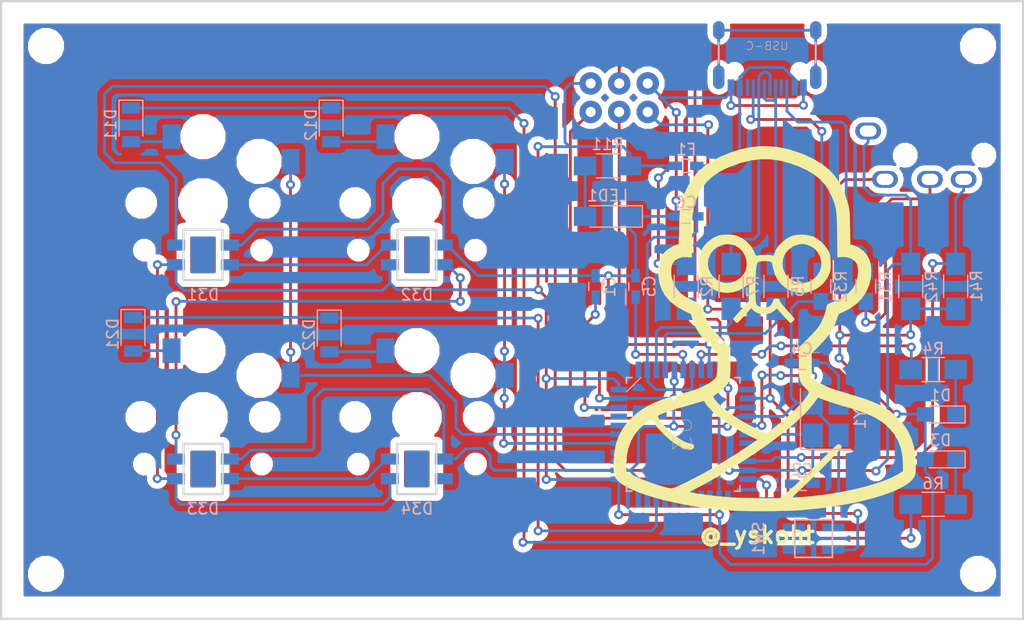
<source format=kicad_pcb>
(kicad_pcb (version 20171130) (host pcbnew "(5.0.2)-1")
  (layers (0 F.Cu signal) (31 B.Cu signal) (34 B.Paste user) (35 F.Paste user) (36 B.SilkS user) (37 F.SilkS user) (38 B.Mask user) (39 F.Mask user) (44 Edge.Cuts user))
  (net 0 "")
  (net 1 "Net-(C1-Pad1)")
  (net 2 GND)
  (net 3 "Net-(C2-Pad1)")
  (net 4 "Net-(C4-Pad1)")
  (net 5 "Net-(C5-Pad1)")
  (net 6 VCC)
  (net 7 "Net-(D1-Pad1)")
  (net 8 "Net-(D3-Pad1)")
  (net 9 row0)
  (net 10 "Net-(D11-Pad2)")
  (net 11 "Net-(D12-Pad2)")
  (net 12 row1)
  (net 13 "Net-(D21-Pad2)")
  (net 14 "Net-(D22-Pad2)")
  (net 15 LED)
  (net 16 "Net-(D31-Pad1)")
  (net 17 "Net-(D32-Pad1)")
  (net 18 "Net-(D33-Pad1)")
  (net 19 "Net-(D34-Pad1)")
  (net 20 "Net-(J2-PadA6)")
  (net 21 "Net-(J2-PadA7)")
  (net 22 "Net-(J2-PadB5)")
  (net 23 "Net-(J2-PadA5)")
  (net 24 "Net-(J2-PadSHLD1)")
  (net 25 RESET)
  (net 26 MISO)
  (net 27 SCK)
  (net 28 MOSI)
  (net 29 data)
  (net 30 "Net-(LED1-Pad2)")
  (net 31 "Net-(R4-Pad2)")
  (net 32 D+)
  (net 33 "Net-(R6-Pad2)")
  (net 34 D-)
  (net 35 col0)
  (net 36 col1)
  (net 37 "Net-(U3-Pad1)")
  (net 38 "Net-(U3-Pad12)")
  (net 39 "Net-(U3-Pad18)")
  (net 40 "Net-(U3-Pad19)")
  (net 41 "Net-(U3-Pad26)")
  (net 42 "Net-(U3-Pad27)")
  (net 43 "Net-(U3-Pad28)")
  (net 44 "Net-(U3-Pad29)")
  (net 45 "Net-(U3-Pad30)")
  (net 46 "Net-(U3-Pad32)")
  (net 47 "Net-(U3-Pad36)")
  (net 48 "Net-(U3-Pad37)")
  (net 49 "Net-(U3-Pad40)")
  (net 50 "Net-(U3-Pad41)")
  (net 51 VCC1)
  (module TVAF17-WEC-R:TVAF17-WFC-R (layer B.Cu) (at 72.35 47.86 90)
    (fp_text reference SW1 (at 0 -4.9 90) (layer B.SilkS) (effects (justify mirror)))
    (fp_text value SW_Push)
    (pad 4 smd rect (at -1 -1.75 90) (size 0.7 2) (layers B.Cu B.Paste B.Mask))
    (pad 3 smd rect (at 1 -1.75 90) (size 0.7 2) (layers B.Cu B.Paste B.Mask))
    (pad 2 smd rect (at -1 1.75 90) (size 0.7 2) (layers B.Cu B.Paste B.Mask) (net 25 RESET))
    (pad 1 smd rect (at 1 1.75 90) (size 0.7 2) (layers B.Cu B.Paste B.Mask) (net 2 GND))
  )
  (module Conn:Conn_02x03_no_silk (layer F.Cu) (at 55.04 8.6 90)
    (fp_text reference J3 hide)
    (fp_text value ICSP)
    (pad 4 thru_hole circle (at 1.27 0 90) (size 2 2) (drill 0.9) (layers *.Cu *.Mask) (net 28 MOSI))
    (pad 3 thru_hole circle (at -1.27 0 90) (size 2 2) (drill 0.9) (layers *.Cu *.Mask) (net 27 SCK))
    (pad 2 thru_hole circle (at 1.27 -2.54 90) (size 2 2) (drill 0.9) (layers *.Cu *.Mask) (net 51 VCC1))
    (pad 1 thru_hole circle (at -1.27 -2.54 90) (size 2 2) (drill 0.9) (layers *.Cu *.Mask) (net 26 MISO))
    (pad 6 thru_hole circle (at 1.27 2.54 90) (size 2 2) (drill 0.9) (layers *.Cu *.Mask) (net 2 GND))
    (pad 5 thru_hole circle (at -1.27 2.54 90) (size 2 2) (drill 0.9) (layers *.Cu *.Mask) (net 25 RESET))
  )
  (module CPG135001S30:CPG135001S30_1.00u_PCB_no_silk (layer F.Cu) (at 37.025 37.025)
    (fp_text reference SW22 hide)
    (fp_text value SW_Push hide)
    (pad "" np_thru_hole circle (at -5.5 0 270) (size 1.8 1.8) (drill 1.8) (layers *.Cu *.Mask))
    (pad "" np_thru_hole circle (at 5.5 0 270) (size 1.8 1.8) (drill 1.8) (layers *.Cu *.Mask))
    (pad "" np_thru_hole circle (at 0 0 270) (size 3.4 3.4) (drill 3.4) (layers *.Cu *.Mask))
    (pad "" np_thru_hole circle (at 0 -5.9 270) (size 3 3) (drill 3) (layers *.Cu *.Mask))
    (pad "" np_thru_hole circle (at 5 -3.7 270) (size 3 3) (drill 3) (layers *.Cu *.Mask))
    (pad 2 smd rect (at -2.8 -5.9) (size 1.6 2.2) (layers B.Cu B.Paste B.Mask) (net 14 "Net-(D22-Pad2)"))
    (pad 1 smd rect (at 7.8 -3.7) (size 1.6 2.2) (layers B.Cu B.Paste B.Mask) (net 36 col1))
    (pad "" np_thru_hole circle (at 5.22 4.2) (size 1 1) (drill 1) (layers *.Cu *.Mask))
    (pad "" np_thru_hole circle (at -5.22 4.2) (size 1 1) (drill 1) (layers *.Cu *.Mask))
  )
  (module CPG135001S30:CPG135001S30_1.00u_PCB_no_silk (layer F.Cu) (at 17.975 37.025)
    (fp_text reference SW21 hide)
    (fp_text value SW_Push hide)
    (pad "" np_thru_hole circle (at -5.5 0 270) (size 1.8 1.8) (drill 1.8) (layers *.Cu *.Mask))
    (pad "" np_thru_hole circle (at 5.5 0 270) (size 1.8 1.8) (drill 1.8) (layers *.Cu *.Mask))
    (pad "" np_thru_hole circle (at 0 0 270) (size 3.4 3.4) (drill 3.4) (layers *.Cu *.Mask))
    (pad "" np_thru_hole circle (at 0 -5.9 270) (size 3 3) (drill 3) (layers *.Cu *.Mask))
    (pad "" np_thru_hole circle (at 5 -3.7 270) (size 3 3) (drill 3) (layers *.Cu *.Mask))
    (pad 2 smd rect (at -2.8 -5.9) (size 1.6 2.2) (layers B.Cu B.Paste B.Mask) (net 13 "Net-(D21-Pad2)"))
    (pad 1 smd rect (at 7.8 -3.7) (size 1.6 2.2) (layers B.Cu B.Paste B.Mask) (net 35 col0))
    (pad "" np_thru_hole circle (at 5.22 4.2) (size 1 1) (drill 1) (layers *.Cu *.Mask))
    (pad "" np_thru_hole circle (at -5.22 4.2) (size 1 1) (drill 1) (layers *.Cu *.Mask))
  )
  (module CPG135001S30:CPG135001S30_1.00u_PCB_no_silk (layer F.Cu) (at 37.025 17.975)
    (fp_text reference SW12 hide)
    (fp_text value SW_Push hide)
    (pad "" np_thru_hole circle (at -5.5 0 270) (size 1.8 1.8) (drill 1.8) (layers *.Cu *.Mask))
    (pad "" np_thru_hole circle (at 5.5 0 270) (size 1.8 1.8) (drill 1.8) (layers *.Cu *.Mask))
    (pad "" np_thru_hole circle (at 0 0 270) (size 3.4 3.4) (drill 3.4) (layers *.Cu *.Mask))
    (pad "" np_thru_hole circle (at 0 -5.9 270) (size 3 3) (drill 3) (layers *.Cu *.Mask))
    (pad "" np_thru_hole circle (at 5 -3.7 270) (size 3 3) (drill 3) (layers *.Cu *.Mask))
    (pad 2 smd rect (at -2.8 -5.9) (size 1.6 2.2) (layers B.Cu B.Paste B.Mask) (net 11 "Net-(D12-Pad2)"))
    (pad 1 smd rect (at 7.8 -3.7) (size 1.6 2.2) (layers B.Cu B.Paste B.Mask) (net 36 col1))
    (pad "" np_thru_hole circle (at 5.22 4.2) (size 1 1) (drill 1) (layers *.Cu *.Mask))
    (pad "" np_thru_hole circle (at -5.22 4.2) (size 1 1) (drill 1) (layers *.Cu *.Mask))
  )
  (module CPG135001S30:CPG135001S30_1.00u_PCB_no_silk (layer F.Cu) (at 17.975 17.975)
    (fp_text reference SW11 hide)
    (fp_text value SW_Push hide)
    (pad "" np_thru_hole circle (at -5.5 0 270) (size 1.8 1.8) (drill 1.8) (layers *.Cu *.Mask))
    (pad "" np_thru_hole circle (at 5.5 0 270) (size 1.8 1.8) (drill 1.8) (layers *.Cu *.Mask))
    (pad "" np_thru_hole circle (at 0 0 270) (size 3.4 3.4) (drill 3.4) (layers *.Cu *.Mask))
    (pad "" np_thru_hole circle (at 0 -5.9 270) (size 3 3) (drill 3) (layers *.Cu *.Mask))
    (pad "" np_thru_hole circle (at 5 -3.7 270) (size 3 3) (drill 3) (layers *.Cu *.Mask))
    (pad 2 smd rect (at -2.8 -5.9) (size 1.6 2.2) (layers B.Cu B.Paste B.Mask) (net 10 "Net-(D11-Pad2)"))
    (pad 1 smd rect (at 7.8 -3.7) (size 1.6 2.2) (layers B.Cu B.Paste B.Mask) (net 35 col0))
    (pad "" np_thru_hole circle (at 5.22 4.2) (size 1 1) (drill 1) (layers *.Cu *.Mask))
    (pad "" np_thru_hole circle (at -5.22 4.2) (size 1 1) (drill 1) (layers *.Cu *.Mask))
  )
  (module SK6812MINI:SK6812MINI_no_silk (layer B.Cu) (at 37.025 22.6)
    (fp_text reference D32 (at 0 3.55) (layer B.SilkS) (effects (justify mirror)))
    (fp_text value SK6812MINI)
    (pad 2 smd rect (at 2.4 -0.875) (size 1.6 1) (layers B.Cu B.Paste B.Mask) (net 2 GND))
    (pad 1 smd rect (at 2.4 0.875) (size 1.6 1) (layers B.Cu B.Paste B.Mask) (net 17 "Net-(D32-Pad1)"))
    (pad 3 smd rect (at -2.4 -0.875) (size 1.6 1) (layers B.Cu B.Paste B.Mask) (net 16 "Net-(D31-Pad1)"))
    (pad 4 smd rect (at -2.4 0.875) (size 1.6 1) (layers B.Cu B.Paste B.Mask) (net 51 VCC1))
  )
  (module SK6812MINI:SK6812MINI_no_silk (layer B.Cu) (at 37.025 41.65)
    (fp_text reference D34 (at 0 3.55) (layer B.SilkS) (effects (justify mirror)))
    (fp_text value SK6812MINI)
    (pad 2 smd rect (at 2.4 -0.875) (size 1.6 1) (layers B.Cu B.Paste B.Mask) (net 2 GND))
    (pad 1 smd rect (at 2.4 0.875) (size 1.6 1) (layers B.Cu B.Paste B.Mask) (net 19 "Net-(D34-Pad1)"))
    (pad 3 smd rect (at -2.4 -0.875) (size 1.6 1) (layers B.Cu B.Paste B.Mask) (net 18 "Net-(D33-Pad1)"))
    (pad 4 smd rect (at -2.4 0.875) (size 1.6 1) (layers B.Cu B.Paste B.Mask) (net 51 VCC1))
  )
  (module SK6812MINI:SK6812MINI_no_silk (layer B.Cu) (at 17.975 41.65)
    (fp_text reference D33 (at 0 3.55) (layer B.SilkS) (effects (justify mirror)))
    (fp_text value SK6812MINI)
    (pad 2 smd rect (at 2.4 -0.875) (size 1.6 1) (layers B.Cu B.Paste B.Mask) (net 2 GND))
    (pad 1 smd rect (at 2.4 0.875) (size 1.6 1) (layers B.Cu B.Paste B.Mask) (net 18 "Net-(D33-Pad1)"))
    (pad 3 smd rect (at -2.4 -0.875) (size 1.6 1) (layers B.Cu B.Paste B.Mask) (net 17 "Net-(D32-Pad1)"))
    (pad 4 smd rect (at -2.4 0.875) (size 1.6 1) (layers B.Cu B.Paste B.Mask) (net 51 VCC1))
  )
  (module SK6812MINI:SK6812MINI_no_silk (layer B.Cu) (at 17.975 22.6)
    (fp_text reference D31 (at 0 3.55) (layer B.SilkS) (effects (justify mirror)))
    (fp_text value SK6812MINI)
    (pad 2 smd rect (at 2.4 -0.875) (size 1.6 1) (layers B.Cu B.Paste B.Mask) (net 2 GND))
    (pad 1 smd rect (at 2.4 0.875) (size 1.6 1) (layers B.Cu B.Paste B.Mask) (net 16 "Net-(D31-Pad1)"))
    (pad 3 smd rect (at -2.4 -0.875) (size 1.6 1) (layers B.Cu B.Paste B.Mask) (net 15 LED))
    (pad 4 smd rect (at -2.4 0.875) (size 1.6 1) (layers B.Cu B.Paste B.Mask) (net 51 VCC1))
  )
  (module ATmega32U4:ATmega32U4_no_silk (layer B.Cu) (at 60.74 38.58 270)
    (fp_text reference U3 (at -0.03 0.03 270) (layer B.SilkS) (effects (font (size 1.6402 1.6402) (thickness 0.05)) (justify mirror)))
    (fp_text value ATMEGA32U4-AU hide)
    (pad 1 smd rect (at -5.7404 3.9878) (size 0.508 1.4732) (layers B.Cu B.Paste B.Mask) (net 37 "Net-(U3-Pad1)"))
    (pad 2 smd rect (at -5.7404 3.2004) (size 0.508 1.4732) (layers B.Cu B.Paste B.Mask) (net 6 VCC))
    (pad 3 smd rect (at -5.7404 2.3876) (size 0.508 1.4732) (layers B.Cu B.Paste B.Mask) (net 34 D-))
    (pad 4 smd rect (at -5.7404 1.6002) (size 0.508 1.4732) (layers B.Cu B.Paste B.Mask) (net 32 D+))
    (pad 5 smd rect (at -5.7404 0.7874) (size 0.508 1.4732) (layers B.Cu B.Paste B.Mask) (net 2 GND))
    (pad 6 smd rect (at -5.7404 0) (size 0.508 1.4732) (layers B.Cu B.Paste B.Mask) (net 5 "Net-(C5-Pad1)"))
    (pad 7 smd rect (at -5.7404 -0.7874) (size 0.508 1.4732) (layers B.Cu B.Paste B.Mask) (net 6 VCC))
    (pad 8 smd rect (at -5.7404 -1.6002) (size 0.508 1.4732) (layers B.Cu B.Paste B.Mask) (net 31 "Net-(R4-Pad2)"))
    (pad 9 smd rect (at -5.7404 -2.3876) (size 0.508 1.4732) (layers B.Cu B.Paste B.Mask) (net 27 SCK))
    (pad 10 smd rect (at -5.7404 -3.2004) (size 0.508 1.4732) (layers B.Cu B.Paste B.Mask) (net 28 MOSI))
    (pad 11 smd rect (at -5.7404 -3.9878) (size 0.508 1.4732) (layers B.Cu B.Paste B.Mask) (net 26 MISO))
    (pad 12 smd rect (at -3.9878 -5.7404 90) (size 0.508 1.4732) (layers B.Cu B.Paste B.Mask) (net 38 "Net-(U3-Pad12)"))
    (pad 13 smd rect (at -3.2004 -5.7404 90) (size 0.508 1.4732) (layers B.Cu B.Paste B.Mask) (net 25 RESET))
    (pad 14 smd rect (at -2.3876 -5.7404 90) (size 0.508 1.4732) (layers B.Cu B.Paste B.Mask) (net 51 VCC1))
    (pad 15 smd rect (at -1.6002 -5.7404 90) (size 0.508 1.4732) (layers B.Cu B.Paste B.Mask) (net 2 GND))
    (pad 16 smd rect (at -0.7874 -5.7404 90) (size 0.508 1.4732) (layers B.Cu B.Paste B.Mask) (net 4 "Net-(C4-Pad1)"))
    (pad 17 smd rect (at 0 -5.7404 90) (size 0.508 1.4732) (layers B.Cu B.Paste B.Mask) (net 3 "Net-(C2-Pad1)"))
    (pad 18 smd rect (at 0.7874 -5.7404 90) (size 0.508 1.4732) (layers B.Cu B.Paste B.Mask) (net 39 "Net-(U3-Pad18)"))
    (pad 19 smd rect (at 1.6002 -5.7404 90) (size 0.508 1.4732) (layers B.Cu B.Paste B.Mask) (net 40 "Net-(U3-Pad19)"))
    (pad 20 smd rect (at 2.3876 -5.7404 90) (size 0.508 1.4732) (layers B.Cu B.Paste B.Mask) (net 29 data))
    (pad 21 smd rect (at 3.2004 -5.7404 90) (size 0.508 1.4732) (layers B.Cu B.Paste B.Mask) (net 15 LED))
    (pad 22 smd rect (at 3.9878 -5.7404 90) (size 0.508 1.4732) (layers B.Cu B.Paste B.Mask) (net 33 "Net-(R6-Pad2)"))
    (pad 23 smd rect (at 5.7404 -3.9878) (size 0.508 1.4732) (layers B.Cu B.Paste B.Mask) (net 2 GND))
    (pad 24 smd rect (at 5.7404 -3.2004) (size 0.508 1.4732) (layers B.Cu B.Paste B.Mask) (net 51 VCC1))
    (pad 25 smd rect (at 5.7404 -2.3876) (size 0.508 1.4732) (layers B.Cu B.Paste B.Mask) (net 9 row0))
    (pad 26 smd rect (at 5.7404 -1.6002) (size 0.508 1.4732) (layers B.Cu B.Paste B.Mask) (net 41 "Net-(U3-Pad26)"))
    (pad 27 smd rect (at 5.7404 -0.7874) (size 0.508 1.4732) (layers B.Cu B.Paste B.Mask) (net 42 "Net-(U3-Pad27)"))
    (pad 28 smd rect (at 5.7404 0) (size 0.508 1.4732) (layers B.Cu B.Paste B.Mask) (net 43 "Net-(U3-Pad28)"))
    (pad 29 smd rect (at 5.7404 0.7874) (size 0.508 1.4732) (layers B.Cu B.Paste B.Mask) (net 44 "Net-(U3-Pad29)"))
    (pad 30 smd rect (at 5.7404 1.6002) (size 0.508 1.4732) (layers B.Cu B.Paste B.Mask) (net 45 "Net-(U3-Pad30)"))
    (pad 31 smd rect (at 5.7404 2.3876) (size 0.508 1.4732) (layers B.Cu B.Paste B.Mask) (net 12 row1))
    (pad 32 smd rect (at 5.7404 3.2004) (size 0.508 1.4732) (layers B.Cu B.Paste B.Mask) (net 46 "Net-(U3-Pad32)"))
    (pad 33 smd rect (at 5.7404 3.9878) (size 0.508 1.4732) (layers B.Cu B.Paste B.Mask) (net 2 GND))
    (pad 34 smd rect (at 3.9878 5.7404 90) (size 0.508 1.4732) (layers B.Cu B.Paste B.Mask) (net 51 VCC1))
    (pad 35 smd rect (at 3.2004 5.7404 90) (size 0.508 1.4732) (layers B.Cu B.Paste B.Mask) (net 2 GND))
    (pad 36 smd rect (at 2.3876 5.7404 90) (size 0.508 1.4732) (layers B.Cu B.Paste B.Mask) (net 47 "Net-(U3-Pad36)"))
    (pad 37 smd rect (at 1.6002 5.7404 90) (size 0.508 1.4732) (layers B.Cu B.Paste B.Mask) (net 48 "Net-(U3-Pad37)"))
    (pad 38 smd rect (at 0.7874 5.7404 90) (size 0.508 1.4732) (layers B.Cu B.Paste B.Mask) (net 36 col1))
    (pad 39 smd rect (at 0 5.7404 90) (size 0.508 1.4732) (layers B.Cu B.Paste B.Mask) (net 35 col0))
    (pad 40 smd rect (at -0.7874 5.7404 90) (size 0.508 1.4732) (layers B.Cu B.Paste B.Mask) (net 49 "Net-(U3-Pad40)"))
    (pad 41 smd rect (at -1.6002 5.7404 90) (size 0.508 1.4732) (layers B.Cu B.Paste B.Mask) (net 50 "Net-(U3-Pad41)"))
    (pad 42 smd rect (at -2.3876 5.7404 90) (size 0.508 1.4732) (layers B.Cu B.Paste B.Mask) (net 1 "Net-(C1-Pad1)"))
    (pad 43 smd rect (at -3.2004 5.7404 90) (size 0.508 1.4732) (layers B.Cu B.Paste B.Mask) (net 2 GND))
    (pad 44 smd rect (at -3.9878 5.7404 90) (size 0.508 1.4732) (layers B.Cu B.Paste B.Mask) (net 51 VCC1))
  )
  (module MountingHole:MountingHole_2.2mm_M2 (layer F.Cu) (at 87 4)
    (fp_text reference REF** hide)
    (fp_text value MountingHole_2.2mm_M2 hide)
    (pad 1 np_thru_hole circle (at 0 0) (size 2.2 2.2) (drill 2.2) (layers *.Cu *.Mask))
  )
  (module MountingHole:MountingHole_2.2mm_M2 (layer F.Cu) (at 87 51)
    (fp_text reference REF** hide)
    (fp_text value MountingHole_2.2mm_M2 hide)
    (pad 1 np_thru_hole circle (at 0 0) (size 2.2 2.2) (drill 2.2) (layers *.Cu *.Mask))
  )
  (module MountingHole:MountingHole_2.2mm_M2 (layer F.Cu) (at 4 51)
    (fp_text reference REF** hide)
    (fp_text value MountingHole_2.2mm_M2 hide)
    (pad 1 np_thru_hole circle (at 0 0) (size 2.2 2.2) (drill 2.2) (layers *.Cu *.Mask))
  )
  (module MountingHole:MountingHole_2.2mm_M2 (layer F.Cu) (at 4 4)
    (fp_text reference REF** hide)
    (fp_text value MountingHole_2.2mm_M2 hide)
    (pad 1 np_thru_hole circle (at 0 0) (size 2.2 2.2) (drill 2.2) (layers *.Cu *.Mask))
  )
  (module MJ-4PP-9:MJ-4PP-9_no_silk (layer F.Cu) (at 82.96 13.77 180)
    (fp_text reference J4 hide)
    (fp_text value MJ-4PP-9 hide)
    (pad 1 thru_hole oval (at 5.75 2.2 180) (size 2.3 1.5) (drill oval 1.5 1) (layers *.Cu *.Mask) (net 15 LED))
    (pad 4 thru_hole oval (at 4.25 -2.1 180) (size 2.3 1.5) (drill oval 1.5 1) (layers *.Cu *.Mask) (net 51 VCC1))
    (pad 3 thru_hole oval (at 0.25 -2.1 180) (size 2.3 1.5) (drill oval 1.5 1) (layers *.Cu *.Mask) (net 2 GND))
    (pad 2 thru_hole oval (at -2.75 -2.1 180) (size 2.3 1.5) (drill oval 1.5 1) (layers *.Cu *.Mask) (net 29 data))
    (pad "" np_thru_hole circle (at 2.45 0.05 180) (size 1.2 1.2) (drill 1.2) (layers *.Cu *.Mask))
    (pad "" np_thru_hole circle (at -4.55 0.05 180) (size 1.2 1.2) (drill 1.2) (layers *.Cu *.Mask))
  )
  (module Artwork:Artwork (layer F.Cu) (at 67.99 29.17)
    (fp_text reference G*** hide)
    (fp_text value LOGO hide)
  )
  (module USB-C-COM-15111:USB-C-COM-15111 (layer B.Cu) (at 68.22 7.69)
    (fp_text reference J2 hide)
    (fp_text value USB_C16PIN hide)
    (fp_line (start -4.62 -5.4) (end -4.62 -4.78) (layer Edge.Cuts) (width 0.01))
    (fp_line (start -4.02 -5.4) (end -4.02 -4.78) (layer Edge.Cuts) (width 0.01))
    (fp_arc (start -4.32 -4.78) (end -4.62 -4.78) (angle -180) (layer Edge.Cuts) (width 0.01))
    (fp_arc (start -4.32 -5.4) (end -4.02 -5.4) (angle -180) (layer Edge.Cuts) (width 0.01))
    (fp_line (start -4.62 -1.465) (end -4.62 -0.365) (layer Edge.Cuts) (width 0.01))
    (fp_line (start -4.02 -1.465) (end -4.02 -0.365) (layer Edge.Cuts) (width 0.01))
    (fp_arc (start -4.32 -1.465) (end -4.02 -1.465) (angle -180) (layer Edge.Cuts) (width 0.01))
    (fp_arc (start -4.32 -0.365) (end -4.62 -0.365) (angle -180) (layer Edge.Cuts) (width 0.01))
    (fp_line (start 4.02 -5.4) (end 4.02 -4.78) (layer Edge.Cuts) (width 0.01))
    (fp_line (start 4.62 -5.4) (end 4.62 -4.78) (layer Edge.Cuts) (width 0.01))
    (fp_arc (start 4.32 -4.78) (end 4.02 -4.78) (angle -180) (layer Edge.Cuts) (width 0.01))
    (fp_arc (start 4.32 -5.4) (end 4.62 -5.4) (angle -180) (layer Edge.Cuts) (width 0.01))
    (fp_line (start 4.02 -1.465) (end 4.02 -0.365) (layer Edge.Cuts) (width 0.01))
    (fp_line (start 4.62 -1.465) (end 4.62 -0.365) (layer Edge.Cuts) (width 0.01))
    (fp_arc (start 4.32 -1.465) (end 4.62 -1.465) (angle -180) (layer Edge.Cuts) (width 0.01))
    (fp_arc (start 4.32 -0.365) (end 4.02 -0.365) (angle -180) (layer Edge.Cuts) (width 0.01))
    (fp_text user USB-C (at 0 -3.7) (layer B.SilkS) (effects (font (size 0.7239 0.7239) (thickness 0.06096)) (justify mirror)))
    (pad B6 smd rect (at 0.75 0) (size 0.3 1.45) (layers B.Cu B.Paste B.Mask) (net 20 "Net-(J2-PadA6)"))
    (pad A7 smd rect (at 0.25 0) (size 0.3 1.45) (layers B.Cu B.Paste B.Mask) (net 21 "Net-(J2-PadA7)"))
    (pad GND2 smd rect (at 3.225 0) (size 0.6 1.45) (layers B.Cu B.Paste B.Mask) (net 2 GND))
    (pad VBUS2 smd rect (at 2.45 0) (size 0.55 1.45) (layers B.Cu B.Paste B.Mask) (net 6 VCC))
    (pad B5 smd rect (at 1.75 0) (size 0.3 1.45) (layers B.Cu B.Paste B.Mask) (net 22 "Net-(J2-PadB5)"))
    (pad A8 smd rect (at 1.25 0) (size 0.3 1.45) (layers B.Cu B.Paste B.Mask))
    (pad B7 smd rect (at -0.75 0 180) (size 0.3 1.45) (layers B.Cu B.Paste B.Mask) (net 21 "Net-(J2-PadA7)"))
    (pad A6 smd rect (at -0.25 0 180) (size 0.3 1.45) (layers B.Cu B.Paste B.Mask) (net 20 "Net-(J2-PadA6)"))
    (pad GND smd rect (at -3.225 0 180) (size 0.6 1.45) (layers B.Cu B.Paste B.Mask) (net 2 GND))
    (pad VBUS1 smd rect (at -2.45 0 180) (size 0.55 1.45) (layers B.Cu B.Paste B.Mask) (net 6 VCC))
    (pad B8 smd rect (at -1.75 0 180) (size 0.3 1.45) (layers B.Cu B.Paste B.Mask))
    (pad A5 smd rect (at -1.25 0 180) (size 0.3 1.45) (layers B.Cu B.Paste B.Mask) (net 23 "Net-(J2-PadA5)"))
    (pad "" np_thru_hole circle (at -2.89 -1.445) (size 0.65 0.65) (drill 0.65) (layers *.Cu *.Mask))
    (pad "" np_thru_hole circle (at 2.89 -1.445) (size 0.65 0.65) (drill 0.65) (layers *.Cu *.Mask))
    (pad SHLD1 smd roundrect (at -4.32 -0.915 180) (size 1 2.1) (layers B.Cu B.Mask) (roundrect_rratio 0.5) (net 24 "Net-(J2-PadSHLD1)"))
    (pad SHLD2 smd roundrect (at 4.32 -0.915 180) (size 1 2.1) (layers B.Cu B.Mask) (roundrect_rratio 0.5) (net 24 "Net-(J2-PadSHLD1)"))
    (pad SHLD3 smd roundrect (at -4.32 -0.915) (size 1 2.1) (layers *.Cu *.Mask) (roundrect_rratio 0.5) (net 24 "Net-(J2-PadSHLD1)"))
    (pad SHLD4 smd roundrect (at 4.32 -0.915) (size 1 2.1) (layers *.Cu *.Mask) (roundrect_rratio 0.5) (net 24 "Net-(J2-PadSHLD1)"))
    (pad SHLD5 smd roundrect (at -4.32 -5.095 180) (size 1 1.6) (layers B.Cu B.Mask) (roundrect_rratio 0.5) (net 24 "Net-(J2-PadSHLD1)"))
    (pad SHLD6 smd roundrect (at -4.32 -5.095) (size 1 1.6) (layers *.Cu *.Mask) (roundrect_rratio 0.5) (net 24 "Net-(J2-PadSHLD1)"))
    (pad SHLD7 smd roundrect (at 4.32 -5.095) (size 1 1.6) (layers *.Cu *.Mask) (roundrect_rratio 0.5) (net 24 "Net-(J2-PadSHLD1)"))
    (pad SHLD8 smd roundrect (at 4.32 -5.095 180) (size 1 1.6) (layers B.Cu B.Mask) (roundrect_rratio 0.5) (net 24 "Net-(J2-PadSHLD1)"))
  )
  (module Resistors_SMD:R_0805_HandSoldering (layer B.Cu) (at 73 25.4 270)
    (fp_text reference R32 (at 0.04 -1.79 270) (layer B.SilkS) (effects (justify mirror)))
    (fp_text value 5.1k)
    (pad 1 smd rect (at -1.35 0 270) (size 1.5 1.3) (layers B.Cu B.Paste B.Mask) (net 23 "Net-(J2-PadA5)"))
    (pad 2 smd rect (at 1.35 0 270) (size 1.5 1.3) (layers B.Cu B.Paste B.Mask) (net 2 GND))
  )
  (module Capacitors_SMD:C_0603_HandSoldering (layer B.Cu) (at 52.93 25.4 90)
    (fp_text reference C1 (at 0 1.25 90) (layer B.SilkS) (effects (justify mirror)))
    (fp_text value 0.1uF)
    (pad 1 smd rect (at -0.95 0 90) (size 1.2 0.75) (layers B.Cu B.Paste B.Mask) (net 1 "Net-(C1-Pad1)"))
    (pad 2 smd rect (at 0.95 0 90) (size 1.2 0.75) (layers B.Cu B.Paste B.Mask) (net 2 GND))
  )
  (module Capacitors_SMD:C_0603_HandSoldering (layer B.Cu) (at 71.35 42.97 180)
    (fp_text reference C2 (at 0 1.25 180) (layer B.SilkS) (effects (justify mirror)))
    (fp_text value 22pF)
    (pad 1 smd rect (at -0.95 0 180) (size 1.2 0.75) (layers B.Cu B.Paste B.Mask) (net 3 "Net-(C2-Pad1)"))
    (pad 2 smd rect (at 0.95 0 180) (size 1.2 0.75) (layers B.Cu B.Paste B.Mask) (net 2 GND))
  )
  (module Capacitors_SMD:C_0603_HandSoldering (layer B.Cu) (at 71.31 32.2 180)
    (fp_text reference C4 (at 0 1.25 180) (layer B.SilkS) (effects (justify mirror)))
    (fp_text value 22pF)
    (pad 1 smd rect (at -0.95 0 180) (size 1.2 0.75) (layers B.Cu B.Paste B.Mask) (net 4 "Net-(C4-Pad1)"))
    (pad 2 smd rect (at 0.95 0 180) (size 1.2 0.75) (layers B.Cu B.Paste B.Mask) (net 2 GND))
  )
  (module Capacitors_SMD:C_0603_HandSoldering (layer B.Cu) (at 56.5 25.4 90)
    (fp_text reference C5 (at 0 1.25 90) (layer B.SilkS) (effects (justify mirror)))
    (fp_text value 1uF)
    (pad 1 smd rect (at -0.95 0 90) (size 1.2 0.75) (layers B.Cu B.Paste B.Mask) (net 5 "Net-(C5-Pad1)"))
    (pad 2 smd rect (at 0.95 0 90) (size 1.2 0.75) (layers B.Cu B.Paste B.Mask) (net 2 GND))
  )
  (module Capacitors_SMD:C_0603_HandSoldering (layer B.Cu) (at 61 19.17 180)
    (fp_text reference C6 (at 0 1.25 180) (layer B.SilkS) (effects (justify mirror)))
    (fp_text value 1uF)
    (pad 1 smd rect (at -0.95 0 180) (size 1.2 0.75) (layers B.Cu B.Paste B.Mask) (net 6 VCC))
    (pad 2 smd rect (at 0.95 0 180) (size 1.2 0.75) (layers B.Cu B.Paste B.Mask) (net 2 GND))
  )
  (module LEDs:LED_0805_HandSoldering (layer B.Cu) (at 83.64 36.81 180)
    (fp_text reference D1 (at 0 1.7 180) (layer B.SilkS) (effects (justify mirror)))
    (fp_text value Yellow)
    (pad 1 smd rect (at -1.35 0 180) (size 1.5 1.3) (layers B.Cu B.Paste B.Mask) (net 7 "Net-(D1-Pad1)"))
    (pad 2 smd rect (at 1.35 0 180) (size 1.5 1.3) (layers B.Cu B.Paste B.Mask) (net 51 VCC1))
  )
  (module LEDs:LED_0805_HandSoldering (layer B.Cu) (at 83.64 40.81 180)
    (fp_text reference D3 (at 0 1.7 180) (layer B.SilkS) (effects (justify mirror)))
    (fp_text value Green)
    (pad 1 smd rect (at -1.35 0 180) (size 1.5 1.3) (layers B.Cu B.Paste B.Mask) (net 8 "Net-(D3-Pad1)"))
    (pad 2 smd rect (at 1.35 0 180) (size 1.5 1.3) (layers B.Cu B.Paste B.Mask) (net 51 VCC1))
  )
  (module Diodes_SMD:D_1206 (layer B.Cu) (at 11.56 11.02 270)
    (fp_text reference D11 (at 0 1.8 270) (layer B.SilkS) (effects (justify mirror)))
    (fp_text value D)
    (pad 1 smd rect (at -1.5 0 270) (size 1 1.6) (layers B.Cu B.Paste B.Mask) (net 9 row0))
    (pad 2 smd rect (at 1.5 0 270) (size 1 1.6) (layers B.Cu B.Paste B.Mask) (net 10 "Net-(D11-Pad2)"))
  )
  (module Diodes_SMD:D_1206 (layer B.Cu) (at 29.39 11.02 270)
    (fp_text reference D12 (at 0 1.8 270) (layer B.SilkS) (effects (justify mirror)))
    (fp_text value D)
    (pad 1 smd rect (at -1.5 0 270) (size 1 1.6) (layers B.Cu B.Paste B.Mask) (net 9 row0))
    (pad 2 smd rect (at 1.5 0 270) (size 1 1.6) (layers B.Cu B.Paste B.Mask) (net 11 "Net-(D12-Pad2)"))
  )
  (module Diodes_SMD:D_1206 (layer B.Cu) (at 11.74 29.66 270)
    (fp_text reference D21 (at 0 1.8 270) (layer B.SilkS) (effects (justify mirror)))
    (fp_text value D)
    (pad 1 smd rect (at -1.5 0 270) (size 1 1.6) (layers B.Cu B.Paste B.Mask) (net 12 row1))
    (pad 2 smd rect (at 1.5 0 270) (size 1 1.6) (layers B.Cu B.Paste B.Mask) (net 13 "Net-(D21-Pad2)"))
  )
  (module Diodes_SMD:D_1206 (layer B.Cu) (at 29.22 29.72 270)
    (fp_text reference D22 (at 0 1.8 270) (layer B.SilkS) (effects (justify mirror)))
    (fp_text value D)
    (pad 1 smd rect (at -1.5 0 270) (size 1 1.6) (layers B.Cu B.Paste B.Mask) (net 12 row1))
    (pad 2 smd rect (at 1.5 0 270) (size 1 1.6) (layers B.Cu B.Paste B.Mask) (net 14 "Net-(D22-Pad2)"))
  )
  (module Capacitors_SMD:C_0603_HandSoldering (layer B.Cu) (at 61 14.67)
    (fp_text reference F1 (at 0 -1.45) (layer B.SilkS) (effects (justify mirror)))
    (fp_text value Polyfuse)
    (pad 1 smd rect (at -0.95 0) (size 1.2 0.75) (layers B.Cu B.Paste B.Mask) (net 51 VCC1))
    (pad 2 smd rect (at 0.95 0) (size 1.2 0.75) (layers B.Cu B.Paste B.Mask) (net 6 VCC))
  )
  (module LEDs:LED_1206_HandSoldering (layer B.Cu) (at 54 19.17 180)
    (fp_text reference LED1 (at 0 1.85 180) (layer B.SilkS) (effects (justify mirror)))
    (fp_text value Red)
    (pad 1 smd rect (at -2 0 180) (size 2 1.7) (layers B.Cu B.Paste B.Mask) (net 2 GND))
    (pad 2 smd rect (at 2 0 180) (size 2 1.7) (layers B.Cu B.Paste B.Mask) (net 30 "Net-(LED1-Pad2)"))
  )
  (module Resistors_SMD:R_1206_HandSoldering (layer B.Cu) (at 61 25.4 90)
    (fp_text reference R2 (at 0 1.85 90) (layer B.SilkS) (effects (justify mirror)))
    (fp_text value 10k)
    (pad 1 smd rect (at -2 0 90) (size 2 1.7) (layers B.Cu B.Paste B.Mask) (net 25 RESET))
    (pad 2 smd rect (at 2 0 90) (size 2 1.7) (layers B.Cu B.Paste B.Mask) (net 51 VCC1))
  )
  (module Resistors_SMD:R_1206_HandSoldering (layer B.Cu) (at 83 32.81 180)
    (fp_text reference R4 (at 0 1.85 180) (layer B.SilkS) (effects (justify mirror)))
    (fp_text value 330)
    (pad 1 smd rect (at -2 0 180) (size 2 1.7) (layers B.Cu B.Paste B.Mask) (net 7 "Net-(D1-Pad1)"))
    (pad 2 smd rect (at 2 0 180) (size 2 1.7) (layers B.Cu B.Paste B.Mask) (net 31 "Net-(R4-Pad2)"))
  )
  (module Resistors_SMD:R_1206_HandSoldering (layer B.Cu) (at 69 25.4 270)
    (fp_text reference R5 (at -0.01 -1.97 270) (layer B.SilkS) (effects (justify mirror)))
    (fp_text value 22)
    (pad 1 smd rect (at -2 0 270) (size 2 1.7) (layers B.Cu B.Paste B.Mask) (net 20 "Net-(J2-PadA6)"))
    (pad 2 smd rect (at 2 0 270) (size 2 1.7) (layers B.Cu B.Paste B.Mask) (net 32 D+))
  )
  (module Resistors_SMD:R_1206_HandSoldering (layer B.Cu) (at 83 44.81 180)
    (fp_text reference R6 (at 0 1.85 180) (layer B.SilkS) (effects (justify mirror)))
    (fp_text value 330)
    (pad 1 smd rect (at -2 0 180) (size 2 1.7) (layers B.Cu B.Paste B.Mask) (net 8 "Net-(D3-Pad1)"))
    (pad 2 smd rect (at 2 0 180) (size 2 1.7) (layers B.Cu B.Paste B.Mask) (net 33 "Net-(R6-Pad2)"))
  )
  (module Resistors_SMD:R_1206_HandSoldering (layer B.Cu) (at 65 25.4 270)
    (fp_text reference R7 (at -0.02 -1.95 270) (layer B.SilkS) (effects (justify mirror)))
    (fp_text value 22)
    (pad 1 smd rect (at -2 0 270) (size 2 1.7) (layers B.Cu B.Paste B.Mask) (net 21 "Net-(J2-PadA7)"))
    (pad 2 smd rect (at 2 0 270) (size 2 1.7) (layers B.Cu B.Paste B.Mask) (net 34 D-))
  )
  (module Resistors_SMD:R_1206_HandSoldering (layer B.Cu) (at 54 14.67)
    (fp_text reference R11 (at 0 -1.92) (layer B.SilkS) (effects (justify mirror)))
    (fp_text value 1k)
    (pad 1 smd rect (at -2 0) (size 2 1.7) (layers B.Cu B.Paste B.Mask) (net 30 "Net-(LED1-Pad2)"))
    (pad 2 smd rect (at 2 0) (size 2 1.7) (layers B.Cu B.Paste B.Mask) (net 51 VCC1))
  )
  (module Resistors_SMD:R_1206_HandSoldering (layer B.Cu) (at 85 25.4 90)
    (fp_text reference R41 (at 0 1.85 90) (layer B.SilkS) (effects (justify mirror)))
    (fp_text value 4.7k)
    (pad 1 smd rect (at -2 0 90) (size 2 1.7) (layers B.Cu B.Paste B.Mask) (net 51 VCC1))
    (pad 2 smd rect (at 2 0 90) (size 2 1.7) (layers B.Cu B.Paste B.Mask) (net 29 data))
  )
  (module Resistors_SMD:R_1206_HandSoldering (layer B.Cu) (at 81 25.4 90)
    (fp_text reference R42 (at 0 1.85 90) (layer B.SilkS) (effects (justify mirror)))
    (fp_text value 4.7k)
    (pad 1 smd rect (at -2 0 90) (size 2 1.7) (layers B.Cu B.Paste B.Mask) (net 51 VCC1))
    (pad 2 smd rect (at 2 0 90) (size 2 1.7) (layers B.Cu B.Paste B.Mask) (net 15 LED))
  )
  (module Crystals:Crystal_SMD_3225-4pin_3.2x2.5mm_HandSoldering (layer B.Cu) (at 73.43 37.22 90)
    (fp_text reference Y1 (at 0 3.05 90) (layer B.SilkS) (effects (justify mirror)))
    (fp_text value Crystal_GND24)
    (pad 1 smd rect (at -1.45 -1.15 90) (size 2.1 1.8) (layers B.Cu B.Paste B.Mask) (net 3 "Net-(C2-Pad1)"))
    (pad 2 smd rect (at 1.45 -1.15 90) (size 2.1 1.8) (layers B.Cu B.Paste B.Mask) (net 2 GND))
    (pad 3 smd rect (at 1.45 1.15 90) (size 2.1 1.8) (layers B.Cu B.Paste B.Mask) (net 4 "Net-(C4-Pad1)"))
    (pad 4 smd rect (at -1.45 1.15 90) (size 2.1 1.8) (layers B.Cu B.Paste B.Mask) (net 2 GND))
  )
  (module Resistors_SMD:R_0805_HandSoldering (layer B.Cu) (at 77 25.4 270)
    (fp_text reference R31 (at 0.08 -1.75 270) (layer B.SilkS) (effects (justify mirror)))
    (fp_text value 5.1k)
    (pad 1 smd rect (at -1.35 0 270) (size 1.5 1.3) (layers B.Cu B.Paste B.Mask) (net 22 "Net-(J2-PadB5)"))
    (pad 2 smd rect (at 1.35 0 270) (size 1.5 1.3) (layers B.Cu B.Paste B.Mask) (net 2 GND))
  )
  (gr_text @_yskoht (at 67.32 47.54) (layer F.SilkS) (effects (font (size 1.5 1.5) (thickness 0.3))))
  (gr_line (start 19.73 39.42) (end 19.73 43.91) (layer Edge.Cuts) (width 0.2))
  (gr_line (start 19.73 43.91) (end 16.24 43.91) (layer Edge.Cuts) (width 0.2))
  (gr_line (start 16.24 43.91) (end 16.24 39.42) (layer Edge.Cuts) (width 0.2))
  (gr_line (start 16.24 39.42) (end 19.73 39.42) (layer Edge.Cuts) (width 0.2))
  (gr_line (start 38.76 39.41) (end 38.76 43.9) (layer Edge.Cuts) (width 0.2))
  (gr_line (start 38.76 43.9) (end 35.27 43.9) (layer Edge.Cuts) (width 0.2))
  (gr_line (start 35.27 43.9) (end 35.27 39.41) (layer Edge.Cuts) (width 0.2))
  (gr_line (start 35.27 39.41) (end 38.76 39.41) (layer Edge.Cuts) (width 0.2))
  (gr_line (start 38.77 24.83) (end 35.28 24.83) (layer Edge.Cuts) (width 0.2))
  (gr_line (start 38.77 20.34) (end 38.77 24.83) (layer Edge.Cuts) (width 0.2))
  (gr_line (start 35.28 24.83) (end 35.28 20.34) (layer Edge.Cuts) (width 0.2))
  (gr_line (start 35.28 20.34) (end 38.77 20.34) (layer Edge.Cuts) (width 0.2))
  (gr_line (start 16.23 24.84) (end 16.23 20.35) (layer Edge.Cuts) (width 0.2))
  (gr_line (start 19.72 24.84) (end 16.23 24.84) (layer Edge.Cuts) (width 0.2))
  (gr_line (start 19.72 20.35) (end 19.72 24.84) (layer Edge.Cuts) (width 0.2))
  (gr_line (start 16.23 20.35) (end 19.72 20.35) (layer Edge.Cuts) (width 0.2))
  (gr_line (start 0 55) (end 0 0) (layer Edge.Cuts) (width 0.2))
  (gr_line (start 91 55) (end 0 55) (layer Edge.Cuts) (width 0.2))
  (gr_line (start 91 0) (end 91 55) (layer Edge.Cuts) (width 0.2))
  (gr_line (start 0 0) (end 91 0) (layer Edge.Cuts) (width 0.2))
  (via (at 52.91 27.9) (size 0.8) (drill 0.4) (layers F.Cu B.Cu) (net 1))
  (segment (start 52.93 26.35) (end 52.93 27.88) (width 0.25) (layer B.Cu) (net 1))
  (segment (start 52.93 27.88) (end 52.91 27.9) (width 0.25) (layer B.Cu) (net 1))
  (segment (start 52.91 27.9) (end 51.98 28.83) (width 0.25) (layer F.Cu) (net 1))
  (via (at 51.93 36.19) (size 0.8) (drill 0.4) (layers F.Cu B.Cu) (net 1))
  (segment (start 51.98 28.83) (end 51.98 36.14) (width 0.25) (layer F.Cu) (net 1))
  (segment (start 51.98 36.14) (end 51.93 36.19) (width 0.25) (layer F.Cu) (net 1))
  (segment (start 54.9972 36.19) (end 54.9996 36.1924) (width 0.25) (layer B.Cu) (net 1))
  (segment (start 51.93 36.19) (end 54.9972 36.19) (width 0.25) (layer B.Cu) (net 1))
  (segment (start 43.9096 41.7804) (end 54.9996 41.7804) (width 0.25) (layer B.Cu) (net 2))
  (segment (start 56 19.17) (end 60.05 19.17) (width 0.25) (layer B.Cu) (net 2))
  (segment (start 73 26.75) (end 77 26.75) (width 0.25) (layer B.Cu) (net 2))
  (segment (start 64.995 8.115) (end 64.51 8.6) (width 0.25) (layer B.Cu) (net 2))
  (segment (start 64.995 7.69) (end 64.995 8.115) (width 0.25) (layer B.Cu) (net 2))
  (segment (start 58.85 8.6) (end 57.58 7.33) (width 0.25) (layer B.Cu) (net 2))
  (segment (start 64.51 8.6) (end 58.85 8.6) (width 0.25) (layer B.Cu) (net 2))
  (segment (start 56.5 20.83) (end 56.5 24.45) (width 0.25) (layer B.Cu) (net 2))
  (segment (start 56 19.17) (end 56 20.33) (width 0.25) (layer B.Cu) (net 2))
  (segment (start 56 20.33) (end 56.5 20.83) (width 0.25) (layer B.Cu) (net 2))
  (segment (start 56.7522 43.3338) (end 56.7522 44.3204) (width 0.25) (layer B.Cu) (net 2))
  (segment (start 56.7522 42.5464) (end 56.7522 43.3338) (width 0.25) (layer B.Cu) (net 2))
  (segment (start 54.9996 41.7804) (end 55.9862 41.7804) (width 0.25) (layer B.Cu) (net 2))
  (via (at 53.28 35.35) (size 0.8) (drill 0.4) (layers F.Cu B.Cu) (net 2))
  (segment (start 54.9996 35.3796) (end 53.3096 35.3796) (width 0.25) (layer B.Cu) (net 2))
  (segment (start 53.3096 35.3796) (end 53.28 35.35) (width 0.25) (layer B.Cu) (net 2))
  (segment (start 53.28 35.35) (end 53.28 29) (width 0.25) (layer F.Cu) (net 2))
  (segment (start 53.28 29) (end 54.07 28.21) (width 0.25) (layer F.Cu) (net 2))
  (via (at 54.08 24.45) (size 0.8) (drill 0.4) (layers F.Cu B.Cu) (net 2))
  (segment (start 54.07 24.46) (end 54.08 24.45) (width 0.25) (layer F.Cu) (net 2))
  (segment (start 54.07 28.21) (end 54.07 24.46) (width 0.25) (layer F.Cu) (net 2))
  (segment (start 52.93 24.45) (end 54.08 24.45) (width 0.25) (layer B.Cu) (net 2))
  (segment (start 54.08 24.45) (end 56.5 24.45) (width 0.25) (layer B.Cu) (net 2))
  (segment (start 70.36 27.38) (end 70.36 32.2) (width 0.25) (layer B.Cu) (net 2))
  (segment (start 73 26.75) (end 70.99 26.75) (width 0.25) (layer B.Cu) (net 2))
  (segment (start 70.99 26.75) (end 70.36 27.38) (width 0.25) (layer B.Cu) (net 2))
  (segment (start 70.36 32.2) (end 70.36 35.3) (width 0.25) (layer B.Cu) (net 2))
  (segment (start 70.83 35.77) (end 72.28 35.77) (width 0.25) (layer B.Cu) (net 2))
  (segment (start 70.36 35.3) (end 70.83 35.77) (width 0.25) (layer B.Cu) (net 2))
  (segment (start 74.1 44.55) (end 74.1 46.86) (width 0.25) (layer B.Cu) (net 2))
  (segment (start 65.2318 44.3204) (end 65.2522 44.3) (width 0.25) (layer B.Cu) (net 2))
  (segment (start 64.7278 44.3204) (end 65.2318 44.3204) (width 0.25) (layer B.Cu) (net 2))
  (segment (start 73.85 44.3) (end 74.1 44.55) (width 0.25) (layer B.Cu) (net 2))
  (segment (start 70.4 43.81) (end 70.89 44.3) (width 0.25) (layer B.Cu) (net 2))
  (segment (start 70.4 42.97) (end 70.4 43.81) (width 0.25) (layer B.Cu) (net 2))
  (segment (start 65.2522 44.3) (end 70.89 44.3) (width 0.25) (layer B.Cu) (net 2))
  (segment (start 70.89 44.3) (end 73.85 44.3) (width 0.25) (layer B.Cu) (net 2))
  (segment (start 74.58 43.57) (end 73.85 44.3) (width 0.25) (layer B.Cu) (net 2))
  (segment (start 74.58 38.67) (end 74.58 43.57) (width 0.25) (layer B.Cu) (net 2))
  (segment (start 74.58 38.52) (end 74.58 38.67) (width 0.25) (layer B.Cu) (net 2))
  (segment (start 72.28 36.22) (end 74.58 38.52) (width 0.25) (layer B.Cu) (net 2))
  (segment (start 72.28 35.77) (end 72.28 36.22) (width 0.25) (layer B.Cu) (net 2))
  (via (at 60.12 9.91) (size 0.8) (drill 0.4) (layers F.Cu B.Cu) (net 2))
  (segment (start 58.85 8.6) (end 58.85 8.64) (width 0.25) (layer B.Cu) (net 2))
  (segment (start 58.85 8.64) (end 60.12 9.91) (width 0.25) (layer B.Cu) (net 2))
  (via (at 60.1 17.76) (size 0.8) (drill 0.4) (layers F.Cu B.Cu) (net 2))
  (segment (start 60.12 9.91) (end 60.12 17.74) (width 0.25) (layer F.Cu) (net 2))
  (segment (start 60.12 17.74) (end 60.1 17.76) (width 0.25) (layer F.Cu) (net 2))
  (segment (start 60.1 19.12) (end 60.05 19.17) (width 0.25) (layer B.Cu) (net 2))
  (segment (start 60.1 17.76) (end 60.1 19.12) (width 0.25) (layer B.Cu) (net 2))
  (segment (start 67.467 36.9798) (end 67.4672 36.98) (width 0.25) (layer B.Cu) (net 2))
  (segment (start 66.4804 36.9798) (end 67.467 36.9798) (width 0.25) (layer B.Cu) (net 2))
  (segment (start 69.62 36.98) (end 70.83 35.77) (width 0.25) (layer B.Cu) (net 2))
  (segment (start 67.4672 36.98) (end 69.62 36.98) (width 0.25) (layer B.Cu) (net 2))
  (via (at 76.99 28.59) (size 0.8) (drill 0.4) (layers F.Cu B.Cu) (net 2))
  (segment (start 77 26.75) (end 77 28.58) (width 0.25) (layer B.Cu) (net 2))
  (segment (start 77 28.58) (end 76.99 28.59) (width 0.25) (layer B.Cu) (net 2))
  (segment (start 76.99 28.59) (end 77.95 28.59) (width 0.25) (layer F.Cu) (net 2))
  (segment (start 77.95 28.59) (end 78.75 27.79) (width 0.25) (layer F.Cu) (net 2))
  (segment (start 78.75 27.79) (end 78.75 18.18) (width 0.25) (layer F.Cu) (net 2))
  (segment (start 78.75 18.18) (end 79.32 17.61) (width 0.25) (layer F.Cu) (net 2))
  (segment (start 79.32 17.61) (end 82.27 17.61) (width 0.25) (layer F.Cu) (net 2))
  (segment (start 82.71 17.17) (end 82.71 15.87) (width 0.25) (layer F.Cu) (net 2))
  (segment (start 82.27 17.61) (end 82.71 17.17) (width 0.25) (layer F.Cu) (net 2))
  (via (at 64.98 9.3) (size 0.8) (drill 0.4) (layers F.Cu B.Cu) (net 2))
  (segment (start 64.995 7.69) (end 64.995 9.285) (width 0.25) (layer B.Cu) (net 2))
  (segment (start 64.995 9.285) (end 64.98 9.3) (width 0.25) (layer B.Cu) (net 2))
  (via (at 71.44 9.27) (size 0.8) (drill 0.4) (layers F.Cu B.Cu) (net 2))
  (segment (start 64.98 9.3) (end 71.41 9.3) (width 0.25) (layer F.Cu) (net 2))
  (segment (start 71.41 9.3) (end 71.44 9.27) (width 0.25) (layer F.Cu) (net 2))
  (segment (start 71.44 7.695) (end 71.445 7.69) (width 0.25) (layer B.Cu) (net 2))
  (segment (start 71.44 9.27) (end 71.44 7.695) (width 0.25) (layer B.Cu) (net 2))
  (via (at 59.94 33.8672) (size 0.8) (drill 0.4) (layers F.Cu B.Cu) (net 2))
  (segment (start 59.9526 32.8396) (end 59.9526 33.8546) (width 0.25) (layer B.Cu) (net 2))
  (segment (start 59.9526 33.8546) (end 59.94 33.8672) (width 0.25) (layer B.Cu) (net 2))
  (via (at 59.9 35.37) (size 0.8) (drill 0.4) (layers F.Cu B.Cu) (net 2))
  (segment (start 59.94 33.8672) (end 59.94 35.33) (width 0.25) (layer F.Cu) (net 2))
  (segment (start 59.94 35.33) (end 59.9 35.37) (width 0.25) (layer F.Cu) (net 2))
  (segment (start 55.0092 35.37) (end 54.9996 35.3796) (width 0.25) (layer B.Cu) (net 2))
  (segment (start 59.9 35.37) (end 55.0092 35.37) (width 0.25) (layer B.Cu) (net 2))
  (via (at 59.9 37.865) (size 0.8) (drill 0.4) (layers F.Cu B.Cu) (net 2))
  (segment (start 59.9 35.37) (end 59.9 37.865) (width 0.25) (layer B.Cu) (net 2))
  (via (at 64.68 37.86) (size 0.8) (drill 0.4) (layers F.Cu B.Cu) (net 2))
  (segment (start 59.9 37.865) (end 64.675 37.865) (width 0.25) (layer F.Cu) (net 2))
  (segment (start 64.675 37.865) (end 64.68 37.86) (width 0.25) (layer F.Cu) (net 2))
  (segment (start 65.5602 36.9798) (end 66.4804 36.9798) (width 0.25) (layer B.Cu) (net 2))
  (segment (start 64.68 37.86) (end 65.5602 36.9798) (width 0.25) (layer B.Cu) (net 2))
  (segment (start 55.9958 41.79) (end 56.04 41.79) (width 0.25) (layer B.Cu) (net 2))
  (segment (start 55.9958 41.79) (end 56.7522 42.5464) (width 0.25) (layer B.Cu) (net 2))
  (segment (start 55.9862 41.7804) (end 55.9958 41.79) (width 0.25) (layer B.Cu) (net 2))
  (segment (start 56.04 41.79) (end 56.76 41.07) (width 0.25) (layer B.Cu) (net 2))
  (segment (start 56.76 41.07) (end 56.76 38.27) (width 0.25) (layer B.Cu) (net 2))
  (segment (start 57.165 37.865) (end 59.9 37.865) (width 0.25) (layer B.Cu) (net 2))
  (segment (start 56.76 38.27) (end 57.165 37.865) (width 0.25) (layer B.Cu) (net 2))
  (segment (start 39.43 21.73) (end 39.425 21.725) (width 0.25) (layer B.Cu) (net 2))
  (segment (start 39.725 21.725) (end 39.425 21.725) (width 0.25) (layer B.Cu) (net 2))
  (segment (start 42.45 24.45) (end 39.725 21.725) (width 0.25) (layer B.Cu) (net 2))
  (segment (start 52.93 24.45) (end 42.45 24.45) (width 0.25) (layer B.Cu) (net 2))
  (segment (start 21.425 21.725) (end 22.84 20.31) (width 0.25) (layer B.Cu) (net 2))
  (segment (start 20.375 21.725) (end 21.425 21.725) (width 0.25) (layer B.Cu) (net 2))
  (segment (start 22.84 20.31) (end 32.65 20.31) (width 0.25) (layer B.Cu) (net 2))
  (segment (start 32.65 20.31) (end 34 18.96) (width 0.25) (layer B.Cu) (net 2))
  (segment (start 34 18.96) (end 34 16.25) (width 0.25) (layer B.Cu) (net 2))
  (segment (start 34 16.25) (end 35.3 14.95) (width 0.25) (layer B.Cu) (net 2))
  (segment (start 35.3 14.95) (end 38.24 14.95) (width 0.25) (layer B.Cu) (net 2))
  (segment (start 39.425 16.135) (end 39.425 21.725) (width 0.25) (layer B.Cu) (net 2))
  (segment (start 38.24 14.95) (end 39.425 16.135) (width 0.25) (layer B.Cu) (net 2))
  (segment (start 40.475 40.775) (end 41.4 39.85) (width 0.25) (layer B.Cu) (net 2))
  (segment (start 39.425 40.775) (end 40.475 40.775) (width 0.25) (layer B.Cu) (net 2))
  (segment (start 41.4 39.85) (end 42.93 39.85) (width 0.25) (layer B.Cu) (net 2))
  (segment (start 42.93 39.85) (end 43.56 40.48) (width 0.25) (layer B.Cu) (net 2))
  (segment (start 43.56 41.4308) (end 43.9096 41.7804) (width 0.25) (layer B.Cu) (net 2))
  (segment (start 43.56 40.48) (end 43.56 41.4308) (width 0.25) (layer B.Cu) (net 2))
  (segment (start 39.425 40.025) (end 39.42 40.02) (width 0.25) (layer B.Cu) (net 2))
  (segment (start 39.425 40.775) (end 39.425 40.025) (width 0.25) (layer B.Cu) (net 2))
  (segment (start 39.42 40.02) (end 39.42 36) (width 0.25) (layer B.Cu) (net 2))
  (segment (start 39.42 36) (end 37.98 34.56) (width 0.25) (layer B.Cu) (net 2))
  (segment (start 37.98 34.56) (end 28.68 34.56) (width 0.25) (layer B.Cu) (net 2))
  (segment (start 28.68 34.56) (end 27.87 35.37) (width 0.25) (layer B.Cu) (net 2))
  (segment (start 27.87 35.37) (end 27.87 39.77) (width 0.25) (layer B.Cu) (net 2))
  (segment (start 27.87 39.77) (end 27.66 39.98) (width 0.25) (layer B.Cu) (net 2))
  (segment (start 21.425 40.775) (end 20.375 40.775) (width 0.25) (layer B.Cu) (net 2))
  (segment (start 27.66 39.98) (end 22.22 39.98) (width 0.25) (layer B.Cu) (net 2))
  (segment (start 22.22 39.98) (end 21.425 40.775) (width 0.25) (layer B.Cu) (net 2))
  (segment (start 72.28 42.95) (end 72.3 42.97) (width 0.25) (layer B.Cu) (net 3))
  (segment (start 72.28 38.67) (end 72.28 42.95) (width 0.25) (layer B.Cu) (net 3))
  (segment (start 72.19 38.58) (end 72.28 38.67) (width 0.25) (layer B.Cu) (net 3))
  (segment (start 66.4804 38.58) (end 72.19 38.58) (width 0.25) (layer B.Cu) (net 3))
  (segment (start 72.26 32.2) (end 73.45 32.2) (width 0.25) (layer B.Cu) (net 4))
  (segment (start 74.58 33.33) (end 74.58 35.77) (width 0.25) (layer B.Cu) (net 4))
  (segment (start 73.45 32.2) (end 74.58 33.33) (width 0.25) (layer B.Cu) (net 4))
  (via (at 67.74 37.79) (size 0.8) (drill 0.4) (layers F.Cu B.Cu) (net 4))
  (segment (start 66.4804 37.7926) (end 67.7374 37.7926) (width 0.25) (layer B.Cu) (net 4))
  (segment (start 67.7374 37.7926) (end 67.74 37.79) (width 0.25) (layer B.Cu) (net 4))
  (via (at 67.75 33.3) (size 0.8) (drill 0.4) (layers F.Cu B.Cu) (net 4))
  (segment (start 67.74 37.79) (end 67.74 33.31) (width 0.25) (layer F.Cu) (net 4))
  (segment (start 67.74 33.31) (end 67.75 33.3) (width 0.25) (layer F.Cu) (net 4))
  (via (at 69.42 33.34) (size 0.8) (drill 0.4) (layers F.Cu B.Cu) (net 4))
  (segment (start 67.75 33.3) (end 69.38 33.3) (width 0.25) (layer B.Cu) (net 4))
  (segment (start 69.38 33.3) (end 69.42 33.34) (width 0.25) (layer B.Cu) (net 4))
  (via (at 72.27 33.39) (size 0.8) (drill 0.4) (layers F.Cu B.Cu) (net 4))
  (segment (start 69.42 33.34) (end 72.22 33.34) (width 0.25) (layer F.Cu) (net 4))
  (segment (start 72.22 33.34) (end 72.27 33.39) (width 0.25) (layer F.Cu) (net 4))
  (segment (start 72.27 32.21) (end 72.26 32.2) (width 0.25) (layer B.Cu) (net 4))
  (segment (start 72.27 33.39) (end 72.27 32.21) (width 0.25) (layer B.Cu) (net 4))
  (via (at 60.69 31.46) (size 0.8) (drill 0.4) (layers F.Cu B.Cu) (net 5))
  (segment (start 60.74 32.8396) (end 60.74 31.51) (width 0.25) (layer B.Cu) (net 5))
  (segment (start 60.74 31.51) (end 60.69 31.46) (width 0.25) (layer B.Cu) (net 5))
  (segment (start 60.69 31.46) (end 56.72 31.46) (width 0.25) (layer F.Cu) (net 5))
  (via (at 56.5 31.46) (size 0.8) (drill 0.4) (layers F.Cu B.Cu) (net 5))
  (segment (start 56.5 26.35) (end 56.5 31.46) (width 0.25) (layer B.Cu) (net 5))
  (segment (start 65.77 7.69) (end 65.77 14.2) (width 0.25) (layer B.Cu) (net 6))
  (segment (start 65.3 14.67) (end 61.95 14.67) (width 0.25) (layer B.Cu) (net 6))
  (segment (start 65.77 14.2) (end 65.3 14.67) (width 0.25) (layer B.Cu) (net 6))
  (segment (start 57.5396 32.8396) (end 57.5396 21.6104) (width 0.25) (layer B.Cu) (net 6))
  (segment (start 57.5396 21.6104) (end 58.12 21.03) (width 0.25) (layer B.Cu) (net 6))
  (segment (start 58.12 21.03) (end 61.43 21.03) (width 0.25) (layer B.Cu) (net 6))
  (segment (start 61.95 20.51) (end 61.95 19.17) (width 0.25) (layer B.Cu) (net 6))
  (segment (start 61.43 21.03) (end 61.95 20.51) (width 0.25) (layer B.Cu) (net 6))
  (segment (start 61.95 14.67) (end 61.95 19.17) (width 0.25) (layer B.Cu) (net 6))
  (segment (start 58.305601 34.592201) (end 61.377799 34.592201) (width 0.25) (layer B.Cu) (net 6))
  (segment (start 57.5396 32.8396) (end 57.5396 33.8262) (width 0.25) (layer B.Cu) (net 6))
  (segment (start 57.5396 33.8262) (end 58.305601 34.592201) (width 0.25) (layer B.Cu) (net 6))
  (segment (start 61.5274 34.4426) (end 61.5274 32.8396) (width 0.25) (layer B.Cu) (net 6))
  (segment (start 61.377799 34.592201) (end 61.5274 34.4426) (width 0.25) (layer B.Cu) (net 6))
  (segment (start 70.67 6.929998) (end 70.67 7.69) (width 0.25) (layer B.Cu) (net 6))
  (segment (start 65.77 7.69) (end 65.77 6.767002) (width 0.25) (layer B.Cu) (net 6))
  (segment (start 65.77 6.767002) (end 66.42 6.117002) (width 0.25) (layer B.Cu) (net 6))
  (segment (start 66.42 6.117002) (end 66.42 6.11) (width 0.25) (layer B.Cu) (net 6))
  (segment (start 66.42 6.11) (end 66.62001 5.90999) (width 0.25) (layer B.Cu) (net 6))
  (segment (start 66.62001 5.90999) (end 69.649992 5.90999) (width 0.25) (layer B.Cu) (net 6))
  (segment (start 69.649992 5.90999) (end 70.67 6.929998) (width 0.25) (layer B.Cu) (net 6))
  (segment (start 85 36.8) (end 84.99 36.81) (width 0.25) (layer B.Cu) (net 7))
  (segment (start 85 32.81) (end 85 36.8) (width 0.25) (layer B.Cu) (net 7))
  (segment (start 84.99 44.8) (end 85 44.81) (width 0.25) (layer B.Cu) (net 8))
  (segment (start 84.99 40.81) (end 84.99 44.8) (width 0.25) (layer B.Cu) (net 8))
  (segment (start 11.56 9.52) (end 29.39 9.52) (width 0.25) (layer B.Cu) (net 9))
  (via (at 46.56 10.89) (size 0.8) (drill 0.4) (layers F.Cu B.Cu) (net 9))
  (segment (start 46.56 10.89) (end 46.56 45.2) (width 0.25) (layer F.Cu) (net 9))
  (segment (start 45.19 9.52) (end 46.56 10.89) (width 0.25) (layer B.Cu) (net 9))
  (segment (start 29.39 9.52) (end 45.19 9.52) (width 0.25) (layer B.Cu) (net 9))
  (via (at 46.47 48.19) (size 0.8) (drill 0.4) (layers F.Cu B.Cu) (net 9))
  (segment (start 46.56 45.2) (end 46.56 48.1) (width 0.25) (layer F.Cu) (net 9))
  (segment (start 46.56 48.1) (end 46.47 48.19) (width 0.25) (layer F.Cu) (net 9))
  (segment (start 46.47 48.19) (end 62.66 48.19) (width 0.25) (layer B.Cu) (net 9))
  (segment (start 63.1276 47.7224) (end 63.1276 44.3204) (width 0.25) (layer B.Cu) (net 9))
  (segment (start 62.66 48.19) (end 63.1276 47.7224) (width 0.25) (layer B.Cu) (net 9))
  (segment (start 14.73 12.52) (end 15.175 12.075) (width 0.25) (layer B.Cu) (net 10))
  (segment (start 11.56 12.52) (end 14.73 12.52) (width 0.25) (layer B.Cu) (net 10))
  (segment (start 33.78 12.52) (end 34.225 12.075) (width 0.25) (layer B.Cu) (net 11))
  (segment (start 29.39 12.52) (end 33.78 12.52) (width 0.25) (layer B.Cu) (net 11))
  (segment (start 29.16 28.16) (end 29.22 28.22) (width 0.25) (layer B.Cu) (net 12))
  (segment (start 11.74 28.16) (end 29.16 28.16) (width 0.25) (layer B.Cu) (net 12))
  (via (at 47.82 28.24) (size 0.8) (drill 0.4) (layers F.Cu B.Cu) (net 12))
  (segment (start 47.8 28.22) (end 47.82 28.24) (width 0.25) (layer B.Cu) (net 12))
  (segment (start 47.82 28.24) (end 47.82 46.85) (width 0.25) (layer F.Cu) (net 12))
  (segment (start 29.22 28.22) (end 47.8 28.22) (width 0.25) (layer B.Cu) (net 12))
  (segment (start 47.82 46.85) (end 47.82 47.17) (width 0.25) (layer F.Cu) (net 12))
  (via (at 47.82 47.17) (size 0.8) (drill 0.4) (layers F.Cu B.Cu) (net 12))
  (segment (start 47.82 47.17) (end 57.92 47.17) (width 0.25) (layer B.Cu) (net 12))
  (segment (start 58.3524 46.7376) (end 58.3524 44.3204) (width 0.25) (layer B.Cu) (net 12))
  (segment (start 57.92 47.17) (end 58.3524 46.7376) (width 0.25) (layer B.Cu) (net 12))
  (segment (start 11.775 31.125) (end 11.74 31.16) (width 0.25) (layer B.Cu) (net 13))
  (segment (start 15.175 31.125) (end 11.775 31.125) (width 0.25) (layer B.Cu) (net 13))
  (segment (start 34.13 31.22) (end 34.225 31.125) (width 0.25) (layer B.Cu) (net 14))
  (segment (start 29.22 31.22) (end 34.13 31.22) (width 0.25) (layer B.Cu) (net 14))
  (segment (start 77.21 12.57) (end 76.84 12.94) (width 0.25) (layer B.Cu) (net 15))
  (segment (start 77.21 11.57) (end 77.21 12.57) (width 0.25) (layer B.Cu) (net 15))
  (segment (start 76.84 12.94) (end 76.84 16.62) (width 0.25) (layer B.Cu) (net 15))
  (segment (start 76.84 16.62) (end 77.5 17.28) (width 0.25) (layer B.Cu) (net 15))
  (segment (start 77.5 17.28) (end 80.56 17.28) (width 0.25) (layer B.Cu) (net 15))
  (segment (start 81 17.72) (end 81 23.4) (width 0.25) (layer B.Cu) (net 15))
  (segment (start 80.56 17.28) (end 81 17.72) (width 0.25) (layer B.Cu) (net 15))
  (via (at 71.33 41.8) (size 0.8) (drill 0.4) (layers F.Cu B.Cu) (net 15))
  (segment (start 66.4804 41.7804) (end 71.3104 41.7804) (width 0.25) (layer B.Cu) (net 15))
  (segment (start 71.3104 41.7804) (end 71.33 41.8) (width 0.25) (layer B.Cu) (net 15))
  (segment (start 80.96 23.44) (end 81 23.4) (width 0.25) (layer B.Cu) (net 15))
  (via (at 77.9 41.85) (size 0.8) (drill 0.4) (layers F.Cu B.Cu) (net 15))
  (segment (start 71.33 41.8) (end 77.85 41.8) (width 0.25) (layer F.Cu) (net 15))
  (segment (start 77.85 41.8) (end 77.9 41.85) (width 0.25) (layer F.Cu) (net 15))
  (segment (start 77.9 41.85) (end 78.94 40.81) (width 0.25) (layer B.Cu) (net 15))
  (segment (start 78.94 40.81) (end 78.94 23.96) (width 0.25) (layer B.Cu) (net 15))
  (segment (start 79.5 23.4) (end 81 23.4) (width 0.25) (layer B.Cu) (net 15))
  (segment (start 78.94 23.96) (end 79.5 23.4) (width 0.25) (layer B.Cu) (net 15))
  (segment (start 15.575 21.725) (end 15.575 15.755) (width 0.25) (layer B.Cu) (net 15))
  (segment (start 15.575 15.755) (end 14.22 14.4) (width 0.25) (layer B.Cu) (net 15))
  (segment (start 14.22 14.4) (end 10.11 14.4) (width 0.25) (layer B.Cu) (net 15))
  (segment (start 10.11 14.4) (end 9.21 13.5) (width 0.25) (layer B.Cu) (net 15))
  (segment (start 9.21 13.5) (end 9.21 8.29) (width 0.25) (layer B.Cu) (net 15))
  (segment (start 9.21 8.29) (end 9.91 7.59) (width 0.25) (layer B.Cu) (net 15))
  (via (at 49.34 8.5) (size 0.8) (drill 0.4) (layers F.Cu B.Cu) (net 15))
  (segment (start 9.91 7.59) (end 48.43 7.59) (width 0.25) (layer B.Cu) (net 15))
  (segment (start 48.43 7.59) (end 49.34 8.5) (width 0.25) (layer B.Cu) (net 15))
  (segment (start 49.34 8.5) (end 49.34 40.89) (width 0.25) (layer F.Cu) (net 15))
  (via (at 64.83 41.79) (size 0.8) (drill 0.4) (layers F.Cu B.Cu) (net 15))
  (segment (start 49.34 40.89) (end 50.24 41.79) (width 0.25) (layer F.Cu) (net 15))
  (segment (start 50.24 41.79) (end 64.83 41.79) (width 0.25) (layer F.Cu) (net 15))
  (segment (start 66.4708 41.79) (end 66.4804 41.7804) (width 0.25) (layer B.Cu) (net 15))
  (segment (start 64.83 41.79) (end 66.4708 41.79) (width 0.25) (layer B.Cu) (net 15))
  (segment (start 34.325 21.725) (end 34.625 21.725) (width 0.25) (layer B.Cu) (net 16))
  (segment (start 32.575 23.475) (end 34.325 21.725) (width 0.25) (layer B.Cu) (net 16))
  (segment (start 20.375 23.475) (end 32.575 23.475) (width 0.25) (layer B.Cu) (net 16))
  (via (at 15.57 38.63) (size 0.8) (drill 0.4) (layers F.Cu B.Cu) (net 17))
  (segment (start 15.575 40.775) (end 15.575 38.635) (width 0.25) (layer B.Cu) (net 17))
  (segment (start 15.575 38.635) (end 15.57 38.63) (width 0.25) (layer B.Cu) (net 17))
  (via (at 15.58 26.76) (size 0.8) (drill 0.4) (layers F.Cu B.Cu) (net 17))
  (segment (start 15.57 38.63) (end 15.57 26.77) (width 0.25) (layer F.Cu) (net 17))
  (segment (start 15.57 26.77) (end 15.58 26.76) (width 0.25) (layer F.Cu) (net 17))
  (segment (start 39.425 23.475) (end 39.735 23.475) (width 0.25) (layer B.Cu) (net 17))
  (via (at 40.89 24.64) (size 0.8) (drill 0.4) (layers F.Cu B.Cu) (net 17))
  (segment (start 39.735 23.475) (end 40.89 24.63) (width 0.25) (layer B.Cu) (net 17))
  (segment (start 40.89 24.63) (end 40.89 24.64) (width 0.25) (layer B.Cu) (net 17))
  (via (at 40.9 26.73) (size 0.8) (drill 0.4) (layers F.Cu B.Cu) (net 17))
  (segment (start 40.89 24.64) (end 40.89 26.72) (width 0.25) (layer F.Cu) (net 17))
  (segment (start 40.89 26.72) (end 40.9 26.73) (width 0.25) (layer F.Cu) (net 17))
  (segment (start 15.61 26.73) (end 15.58 26.76) (width 0.25) (layer B.Cu) (net 17))
  (segment (start 40.9 26.73) (end 15.61 26.73) (width 0.25) (layer B.Cu) (net 17))
  (segment (start 20.41 42.49) (end 20.375 42.525) (width 0.25) (layer B.Cu) (net 18))
  (segment (start 34.325 40.775) (end 34.625 40.775) (width 0.25) (layer B.Cu) (net 18))
  (segment (start 32.575 42.525) (end 34.325 40.775) (width 0.25) (layer B.Cu) (net 18))
  (segment (start 20.375 42.525) (end 32.575 42.525) (width 0.25) (layer B.Cu) (net 18))
  (segment (start 68.97 23.37) (end 69 23.4) (width 0.25) (layer B.Cu) (net 20))
  (segment (start 67.97 8.665) (end 68.145 8.84) (width 0.25) (layer B.Cu) (net 20))
  (segment (start 67.97 7.69) (end 67.97 8.665) (width 0.25) (layer B.Cu) (net 20))
  (segment (start 68.79 8.84) (end 68.97 8.66) (width 0.25) (layer B.Cu) (net 20))
  (segment (start 68.145 8.84) (end 68.79 8.84) (width 0.25) (layer B.Cu) (net 20))
  (segment (start 68.97 7.69) (end 68.97 8.66) (width 0.25) (layer B.Cu) (net 20))
  (segment (start 68.97 8.66) (end 68.97 23.37) (width 0.25) (layer B.Cu) (net 20))
  (segment (start 67.47 7.69) (end 67.47 20.77) (width 0.25) (layer B.Cu) (net 21))
  (segment (start 67.47 20.77) (end 67.03 21.21) (width 0.25) (layer B.Cu) (net 21))
  (segment (start 67.03 21.21) (end 65.38 21.21) (width 0.25) (layer B.Cu) (net 21))
  (segment (start 65 21.59) (end 65 23.4) (width 0.25) (layer B.Cu) (net 21))
  (segment (start 65.38 21.21) (end 65 21.59) (width 0.25) (layer B.Cu) (net 21))
  (segment (start 67.47 6.715) (end 67.825 6.36) (width 0.25) (layer B.Cu) (net 21))
  (segment (start 67.47 7.69) (end 67.47 6.715) (width 0.25) (layer B.Cu) (net 21))
  (segment (start 67.825 6.36) (end 68.27 6.36) (width 0.25) (layer B.Cu) (net 21))
  (segment (start 68.47 6.56) (end 68.47 7.69) (width 0.25) (layer B.Cu) (net 21))
  (segment (start 68.27 6.36) (end 68.47 6.56) (width 0.25) (layer B.Cu) (net 21))
  (segment (start 69.97 7.69) (end 69.97 9.8) (width 0.25) (layer B.Cu) (net 22))
  (segment (start 69.97 9.8) (end 70.94 10.77) (width 0.25) (layer B.Cu) (net 22))
  (segment (start 70.94 10.77) (end 74.87 10.77) (width 0.25) (layer B.Cu) (net 22))
  (segment (start 74.87 10.77) (end 75.25 11.15) (width 0.25) (layer B.Cu) (net 22))
  (segment (start 75.25 11.15) (end 75.25 21.55) (width 0.25) (layer B.Cu) (net 22))
  (segment (start 75.25 21.55) (end 75.56 21.86) (width 0.25) (layer B.Cu) (net 22))
  (segment (start 75.56 21.86) (end 76.61 21.86) (width 0.25) (layer B.Cu) (net 22))
  (segment (start 77 22.25) (end 77 24.05) (width 0.25) (layer B.Cu) (net 22))
  (segment (start 76.61 21.86) (end 77 22.25) (width 0.25) (layer B.Cu) (net 22))
  (via (at 66.745 10.54) (size 0.8) (drill 0.4) (layers F.Cu B.Cu) (net 23))
  (segment (start 66.97 7.69) (end 66.97 10.315) (width 0.25) (layer B.Cu) (net 23))
  (segment (start 66.97 10.315) (end 66.745 10.54) (width 0.25) (layer B.Cu) (net 23))
  (via (at 73.08 11.6) (size 0.8) (drill 0.4) (layers F.Cu B.Cu) (net 23))
  (segment (start 66.745 10.54) (end 72.02 10.54) (width 0.25) (layer F.Cu) (net 23))
  (segment (start 72.02 10.54) (end 73.08 11.6) (width 0.25) (layer F.Cu) (net 23))
  (segment (start 73.08 23.97) (end 73 24.05) (width 0.25) (layer B.Cu) (net 23))
  (segment (start 73.08 11.6) (end 73.08 23.97) (width 0.25) (layer B.Cu) (net 23))
  (segment (start 63.9 6.775) (end 63.9 2.595) (width 0.25) (layer B.Cu) (net 24))
  (segment (start 72.54 2.595) (end 72.54 6.775) (width 0.25) (layer B.Cu) (net 24))
  (segment (start 63.9 2.595) (end 72.54 2.595) (width 0.25) (layer B.Cu) (net 24))
  (via (at 62.93 27.43) (size 0.8) (drill 0.4) (layers F.Cu B.Cu) (net 25))
  (segment (start 61 27.4) (end 62.9 27.4) (width 0.25) (layer B.Cu) (net 25))
  (segment (start 62.9 27.4) (end 62.93 27.43) (width 0.25) (layer B.Cu) (net 25))
  (segment (start 62.93 27.43) (end 68.21 27.43) (width 0.25) (layer F.Cu) (net 25))
  (via (at 68.48 35.37) (size 0.8) (drill 0.4) (layers F.Cu B.Cu) (net 25))
  (segment (start 68.21 27.43) (end 68.48 27.7) (width 0.25) (layer F.Cu) (net 25))
  (segment (start 68.48 27.7) (end 68.48 35.37) (width 0.25) (layer F.Cu) (net 25))
  (segment (start 66.49 35.37) (end 66.4804 35.3796) (width 0.25) (layer B.Cu) (net 25))
  (segment (start 68.48 35.37) (end 66.49 35.37) (width 0.25) (layer B.Cu) (net 25))
  (segment (start 68.48 35.37) (end 70.08 36.97) (width 0.25) (layer F.Cu) (net 25))
  (segment (start 70.08 36.97) (end 70.08 45.27) (width 0.25) (layer F.Cu) (net 25))
  (segment (start 62.93 11.08) (end 63 11.01) (width 0.25) (layer F.Cu) (net 25))
  (segment (start 62.93 27.43) (end 62.93 11.08) (width 0.25) (layer F.Cu) (net 25))
  (via (at 63 11.01) (size 0.8) (drill 0.4) (layers F.Cu B.Cu) (net 25))
  (segment (start 58.579999 10.869999) (end 58.589999 10.869999) (width 0.25) (layer B.Cu) (net 25))
  (segment (start 57.58 9.87) (end 58.579999 10.869999) (width 0.25) (layer B.Cu) (net 25))
  (segment (start 58.73 11.01) (end 63 11.01) (width 0.25) (layer B.Cu) (net 25))
  (segment (start 58.589999 10.869999) (end 58.73 11.01) (width 0.25) (layer B.Cu) (net 25))
  (segment (start 70.08 45.27) (end 70.36 45.55) (width 0.25) (layer F.Cu) (net 25))
  (via (at 76.28 45.62) (size 0.8) (drill 0.4) (layers F.Cu B.Cu) (net 25))
  (segment (start 70.36 45.55) (end 70.43 45.62) (width 0.25) (layer F.Cu) (net 25))
  (segment (start 70.43 45.62) (end 76.28 45.62) (width 0.25) (layer F.Cu) (net 25))
  (segment (start 76.03 48.86) (end 74.1 48.86) (width 0.25) (layer B.Cu) (net 25))
  (segment (start 76.28 45.62) (end 76.28 48.61) (width 0.25) (layer B.Cu) (net 25))
  (segment (start 76.28 48.61) (end 76.03 48.86) (width 0.25) (layer B.Cu) (net 25))
  (segment (start 51.500001 10.869999) (end 51.460001 10.869999) (width 0.25) (layer F.Cu) (net 26))
  (segment (start 52.5 9.87) (end 51.500001 10.869999) (width 0.25) (layer F.Cu) (net 26))
  (segment (start 51.460001 10.869999) (end 50.69 11.64) (width 0.25) (layer F.Cu) (net 26))
  (segment (start 50.69 11.64) (end 50.69 36.52) (width 0.25) (layer F.Cu) (net 26))
  (segment (start 50.69 36.52) (end 51.31 37.14) (width 0.25) (layer F.Cu) (net 26))
  (segment (start 51.31 37.14) (end 63.89 37.14) (width 0.25) (layer F.Cu) (net 26))
  (via (at 64.72 34.48) (size 0.8) (drill 0.4) (layers F.Cu B.Cu) (net 26))
  (segment (start 63.89 37.14) (end 64.72 36.31) (width 0.25) (layer F.Cu) (net 26))
  (segment (start 64.72 36.31) (end 64.72 34.48) (width 0.25) (layer F.Cu) (net 26))
  (segment (start 64.72 32.8474) (end 64.7278 32.8396) (width 0.25) (layer B.Cu) (net 26))
  (segment (start 64.72 34.48) (end 64.72 32.8474) (width 0.25) (layer B.Cu) (net 26))
  (segment (start 55.04 9.87) (end 55.04 27.87641) (width 0.25) (layer F.Cu) (net 27))
  (segment (start 55.04 27.87641) (end 55.04 29.88) (width 0.25) (layer F.Cu) (net 27))
  (via (at 63.054186 30.574244) (size 0.8) (drill 0.4) (layers F.Cu B.Cu) (net 27))
  (segment (start 55.04 29.88) (end 55.734244 30.574244) (width 0.25) (layer F.Cu) (net 27))
  (segment (start 55.734244 30.574244) (end 63.054186 30.574244) (width 0.25) (layer F.Cu) (net 27))
  (segment (start 63.054186 32.766186) (end 63.1276 32.8396) (width 0.25) (layer B.Cu) (net 27))
  (segment (start 63.054186 30.574244) (end 63.054186 32.766186) (width 0.25) (layer B.Cu) (net 27))
  (segment (start 55.04 5.915787) (end 55.585787 5.37) (width 0.25) (layer F.Cu) (net 28))
  (segment (start 55.04 7.33) (end 55.04 5.915787) (width 0.25) (layer F.Cu) (net 28))
  (segment (start 55.585787 5.37) (end 61.33 5.37) (width 0.25) (layer F.Cu) (net 28))
  (segment (start 61.33 5.37) (end 61.79 5.83) (width 0.25) (layer F.Cu) (net 28))
  (segment (start 61.79 5.83) (end 61.79 28.12) (width 0.25) (layer F.Cu) (net 28))
  (segment (start 61.79 28.12) (end 62 28.33) (width 0.25) (layer F.Cu) (net 28))
  (segment (start 62 28.33) (end 63.75 28.33) (width 0.25) (layer F.Cu) (net 28))
  (via (at 64.02 30.315) (size 0.8) (drill 0.4) (layers F.Cu B.Cu) (net 28))
  (segment (start 63.75 28.33) (end 64.02 28.6) (width 0.25) (layer F.Cu) (net 28))
  (segment (start 64.02 28.6) (end 64.02 30.315) (width 0.25) (layer F.Cu) (net 28))
  (segment (start 64.02 32.76) (end 63.9404 32.8396) (width 0.25) (layer B.Cu) (net 28))
  (segment (start 64.02 30.315) (end 64.02 32.76) (width 0.25) (layer B.Cu) (net 28))
  (segment (start 85 17.58) (end 85 23.4) (width 0.25) (layer B.Cu) (net 29))
  (segment (start 85.71 15.87) (end 85.71 16.87) (width 0.25) (layer B.Cu) (net 29))
  (segment (start 85.71 16.87) (end 85 17.58) (width 0.25) (layer B.Cu) (net 29))
  (segment (start 67.467 40.9676) (end 67.4846 40.95) (width 0.25) (layer B.Cu) (net 29))
  (segment (start 66.4804 40.9676) (end 67.467 40.9676) (width 0.25) (layer B.Cu) (net 29))
  (segment (start 67.4846 40.95) (end 68.62 40.95) (width 0.25) (layer B.Cu) (net 29))
  (via (at 71.25 40.64) (size 0.8) (drill 0.4) (layers F.Cu B.Cu) (net 29))
  (segment (start 68.62 40.95) (end 68.93 40.64) (width 0.25) (layer B.Cu) (net 29))
  (segment (start 68.93 40.64) (end 71.25 40.64) (width 0.25) (layer B.Cu) (net 29))
  (segment (start 71.25 40.64) (end 81.73 40.64) (width 0.25) (layer F.Cu) (net 29))
  (via (at 82.95 23.36) (size 0.8) (drill 0.4) (layers F.Cu B.Cu) (net 29))
  (segment (start 81.73 40.64) (end 82.95 39.42) (width 0.25) (layer F.Cu) (net 29))
  (segment (start 82.95 39.42) (end 82.95 23.36) (width 0.25) (layer F.Cu) (net 29))
  (segment (start 84.96 23.36) (end 85 23.4) (width 0.25) (layer B.Cu) (net 29))
  (segment (start 82.95 23.36) (end 84.96 23.36) (width 0.25) (layer B.Cu) (net 29))
  (segment (start 52 15.77) (end 52 19.17) (width 0.25) (layer B.Cu) (net 30))
  (segment (start 52 14.67) (end 52 15.77) (width 0.25) (layer B.Cu) (net 30))
  (via (at 62.329186 31.46) (size 0.8) (drill 0.4) (layers F.Cu B.Cu) (net 31))
  (segment (start 62.3402 32.8396) (end 62.3402 31.471014) (width 0.25) (layer B.Cu) (net 31))
  (segment (start 62.3402 31.471014) (end 62.329186 31.46) (width 0.25) (layer B.Cu) (net 31))
  (via (at 67.73 31.45) (size 0.8) (drill 0.4) (layers F.Cu B.Cu) (net 31))
  (segment (start 62.329186 31.46) (end 67.72 31.46) (width 0.25) (layer F.Cu) (net 31))
  (segment (start 67.72 31.46) (end 67.73 31.45) (width 0.25) (layer F.Cu) (net 31))
  (segment (start 68.129999 31.050001) (end 68.129999 31.030001) (width 0.25) (layer B.Cu) (net 31))
  (segment (start 67.73 31.45) (end 68.129999 31.050001) (width 0.25) (layer B.Cu) (net 31))
  (via (at 69.45 30.7) (size 0.8) (drill 0.4) (layers F.Cu B.Cu) (net 31))
  (segment (start 68.129999 31.030001) (end 68.46 30.7) (width 0.25) (layer B.Cu) (net 31))
  (segment (start 68.46 30.7) (end 69.45 30.7) (width 0.25) (layer B.Cu) (net 31))
  (via (at 81.05 30.81) (size 0.8) (drill 0.4) (layers F.Cu B.Cu) (net 31))
  (segment (start 69.45 30.7) (end 80.94 30.7) (width 0.25) (layer F.Cu) (net 31))
  (segment (start 80.94 30.7) (end 81.05 30.81) (width 0.25) (layer F.Cu) (net 31))
  (segment (start 81.05 32.76) (end 81 32.81) (width 0.25) (layer B.Cu) (net 31))
  (segment (start 81.05 30.81) (end 81.05 32.76) (width 0.25) (layer B.Cu) (net 31))
  (segment (start 69 28.65) (end 68.06 29.59) (width 0.25) (layer B.Cu) (net 32))
  (segment (start 69 27.4) (end 69 28.65) (width 0.25) (layer B.Cu) (net 32))
  (segment (start 68.06 29.59) (end 59.35 29.59) (width 0.25) (layer B.Cu) (net 32))
  (segment (start 59.1398 29.8002) (end 59.1398 32.8396) (width 0.25) (layer B.Cu) (net 32))
  (segment (start 59.35 29.59) (end 59.1398 29.8002) (width 0.25) (layer B.Cu) (net 32))
  (via (at 68.16 43.1) (size 0.8) (drill 0.4) (layers F.Cu B.Cu) (net 33))
  (segment (start 66.4804 42.5678) (end 67.6278 42.5678) (width 0.25) (layer B.Cu) (net 33))
  (segment (start 67.6278 42.5678) (end 68.16 43.1) (width 0.25) (layer B.Cu) (net 33))
  (segment (start 68.16 43.1) (end 68.16 43.665685) (width 0.25) (layer F.Cu) (net 33))
  (segment (start 68.16 43.665685) (end 68.16 47.32) (width 0.25) (layer F.Cu) (net 33))
  (via (at 81.02 47.83) (size 0.8) (drill 0.4) (layers F.Cu B.Cu) (net 33))
  (segment (start 68.16 47.32) (end 68.67 47.83) (width 0.25) (layer F.Cu) (net 33))
  (segment (start 68.67 47.83) (end 81.02 47.83) (width 0.25) (layer F.Cu) (net 33))
  (segment (start 81.02 44.83) (end 81 44.81) (width 0.25) (layer B.Cu) (net 33))
  (segment (start 81.02 47.83) (end 81.02 44.83) (width 0.25) (layer B.Cu) (net 33))
  (segment (start 58.35 32.8372) (end 58.3524 32.8396) (width 0.25) (layer B.Cu) (net 34))
  (segment (start 58.35 29.47) (end 58.35 32.8372) (width 0.25) (layer B.Cu) (net 34))
  (segment (start 58.76 29.06) (end 58.35 29.47) (width 0.25) (layer B.Cu) (net 34))
  (segment (start 64.59 29.06) (end 58.76 29.06) (width 0.25) (layer B.Cu) (net 34))
  (segment (start 65 27.4) (end 65 28.65) (width 0.25) (layer B.Cu) (net 34))
  (segment (start 65 28.65) (end 64.59 29.06) (width 0.25) (layer B.Cu) (net 34))
  (via (at 25.77 16.34) (size 0.8) (drill 0.4) (layers F.Cu B.Cu) (net 35))
  (segment (start 25.775 14.275) (end 25.775 16.335) (width 0.25) (layer B.Cu) (net 35))
  (segment (start 25.775 16.335) (end 25.77 16.34) (width 0.25) (layer B.Cu) (net 35))
  (via (at 25.79 31.25) (size 0.8) (drill 0.4) (layers F.Cu B.Cu) (net 35))
  (segment (start 25.77 16.34) (end 25.77 31.23) (width 0.25) (layer F.Cu) (net 35))
  (segment (start 25.77 31.23) (end 25.79 31.25) (width 0.25) (layer F.Cu) (net 35))
  (segment (start 25.79 33.31) (end 25.775 33.325) (width 0.25) (layer B.Cu) (net 35))
  (segment (start 25.79 31.25) (end 25.79 33.31) (width 0.25) (layer B.Cu) (net 35))
  (segment (start 25.775 33.325) (end 38.155 33.325) (width 0.25) (layer B.Cu) (net 35))
  (segment (start 38.155 33.325) (end 40.51 35.68) (width 0.25) (layer B.Cu) (net 35))
  (segment (start 40.51 35.68) (end 40.51 38.01) (width 0.25) (layer B.Cu) (net 35))
  (segment (start 41.08 38.58) (end 54.9996 38.58) (width 0.25) (layer B.Cu) (net 35))
  (segment (start 40.51 38.01) (end 41.08 38.58) (width 0.25) (layer B.Cu) (net 35))
  (via (at 44.83 16.29) (size 0.8) (drill 0.4) (layers F.Cu B.Cu) (net 36))
  (segment (start 44.825 14.275) (end 44.825 16.285) (width 0.25) (layer B.Cu) (net 36))
  (segment (start 44.825 16.285) (end 44.83 16.29) (width 0.25) (layer B.Cu) (net 36))
  (via (at 44.82 31.17) (size 0.8) (drill 0.4) (layers F.Cu B.Cu) (net 36))
  (segment (start 44.83 16.29) (end 44.83 31.16) (width 0.25) (layer F.Cu) (net 36))
  (segment (start 44.83 31.16) (end 44.82 31.17) (width 0.25) (layer F.Cu) (net 36))
  (segment (start 44.82 33.32) (end 44.825 33.325) (width 0.25) (layer B.Cu) (net 36))
  (segment (start 44.82 31.17) (end 44.82 33.32) (width 0.25) (layer B.Cu) (net 36))
  (via (at 44.8 35.36) (size 0.8) (drill 0.4) (layers F.Cu B.Cu) (net 36))
  (segment (start 44.825 33.325) (end 44.825 35.335) (width 0.25) (layer B.Cu) (net 36))
  (segment (start 44.825 35.335) (end 44.8 35.36) (width 0.25) (layer B.Cu) (net 36))
  (via (at 44.74 39.38) (size 0.8) (drill 0.4) (layers F.Cu B.Cu) (net 36))
  (segment (start 44.8 35.36) (end 44.8 39.32) (width 0.25) (layer F.Cu) (net 36))
  (segment (start 44.8 39.32) (end 44.74 39.38) (width 0.25) (layer F.Cu) (net 36))
  (segment (start 54.987 39.38) (end 54.9996 39.3674) (width 0.25) (layer B.Cu) (net 36))
  (segment (start 44.74 39.38) (end 54.987 39.38) (width 0.25) (layer B.Cu) (net 36))
  (segment (start 56 14.67) (end 60.05 14.67) (width 0.25) (layer B.Cu) (net 51))
  (via (at 13.92 23.47) (size 0.8) (drill 0.4) (layers F.Cu B.Cu) (net 51))
  (segment (start 15.575 23.475) (end 13.925 23.475) (width 0.25) (layer B.Cu) (net 51))
  (segment (start 13.925 23.475) (end 13.92 23.47) (width 0.25) (layer B.Cu) (net 51))
  (via (at 13.9 42.52) (size 0.8) (drill 0.4) (layers F.Cu B.Cu) (net 51))
  (segment (start 13.92 23.47) (end 13.92 42.5) (width 0.25) (layer F.Cu) (net 51))
  (segment (start 13.92 42.5) (end 13.9 42.52) (width 0.25) (layer F.Cu) (net 51))
  (segment (start 15.57 42.52) (end 15.575 42.525) (width 0.25) (layer B.Cu) (net 51))
  (segment (start 13.9 42.52) (end 15.57 42.52) (width 0.25) (layer B.Cu) (net 51))
  (segment (start 15.575 24.225) (end 15.57 24.23) (width 0.25) (layer B.Cu) (net 51))
  (segment (start 15.575 23.475) (end 15.575 24.225) (width 0.25) (layer B.Cu) (net 51))
  (segment (start 15.57 24.23) (end 15.57 25.07) (width 0.25) (layer B.Cu) (net 51))
  (segment (start 15.57 25.07) (end 16.26 25.76) (width 0.25) (layer B.Cu) (net 51))
  (segment (start 16.26 25.76) (end 33.96 25.76) (width 0.25) (layer B.Cu) (net 51))
  (segment (start 34.625 25.095) (end 34.625 23.475) (width 0.25) (layer B.Cu) (net 51))
  (segment (start 33.96 25.76) (end 34.625 25.095) (width 0.25) (layer B.Cu) (net 51))
  (segment (start 56 13.57) (end 55.39 12.96) (width 0.25) (layer B.Cu) (net 51))
  (segment (start 56 14.67) (end 56 13.57) (width 0.25) (layer B.Cu) (net 51))
  (segment (start 50.61 12.96) (end 50.21 12.56) (width 0.25) (layer B.Cu) (net 51))
  (segment (start 50.21 12.56) (end 50.21 7.84) (width 0.25) (layer B.Cu) (net 51))
  (segment (start 50.72 7.33) (end 52.5 7.33) (width 0.25) (layer B.Cu) (net 51))
  (segment (start 50.21 7.84) (end 50.72 7.33) (width 0.25) (layer B.Cu) (net 51))
  (segment (start 85.02 27.38) (end 85 27.4) (width 0.25) (layer B.Cu) (net 51))
  (segment (start 15.575 43.846054) (end 15.58 43.851054) (width 0.25) (layer B.Cu) (net 51))
  (segment (start 15.575 42.525) (end 15.575 43.846054) (width 0.25) (layer B.Cu) (net 51))
  (segment (start 15.58 43.851054) (end 15.58 44.44) (width 0.25) (layer B.Cu) (net 51))
  (segment (start 15.58 44.44) (end 15.94 44.8) (width 0.25) (layer B.Cu) (net 51))
  (segment (start 15.94 44.8) (end 34 44.8) (width 0.25) (layer B.Cu) (net 51))
  (segment (start 34.625 44.175) (end 34.625 42.525) (width 0.25) (layer B.Cu) (net 51))
  (segment (start 34 44.8) (end 34.625 44.175) (width 0.25) (layer B.Cu) (net 51))
  (segment (start 34.625 25.095) (end 35.23 25.7) (width 0.25) (layer B.Cu) (net 51))
  (via (at 47.85 25.7) (size 0.8) (drill 0.4) (layers F.Cu B.Cu) (net 51))
  (segment (start 35.23 25.7) (end 47.85 25.7) (width 0.25) (layer B.Cu) (net 51))
  (segment (start 48.735685 12.96) (end 50.75 12.96) (width 0.25) (layer B.Cu) (net 51))
  (segment (start 55.39 12.96) (end 50.75 12.96) (width 0.25) (layer B.Cu) (net 51))
  (segment (start 50.75 12.96) (end 50.61 12.96) (width 0.25) (layer B.Cu) (net 51))
  (via (at 47.81 12.94) (size 0.8) (drill 0.4) (layers F.Cu B.Cu) (net 51))
  (segment (start 48.735685 12.96) (end 47.83 12.96) (width 0.25) (layer B.Cu) (net 51))
  (segment (start 47.83 12.96) (end 47.81 12.94) (width 0.25) (layer B.Cu) (net 51))
  (segment (start 47.81 25.66) (end 47.85 25.7) (width 0.25) (layer F.Cu) (net 51))
  (segment (start 47.81 12.94) (end 47.81 25.66) (width 0.25) (layer F.Cu) (net 51))
  (via (at 48.545 42.6) (size 0.8) (drill 0.4) (layers F.Cu B.Cu) (net 51))
  (segment (start 47.85 25.7) (end 48.545 26.395) (width 0.25) (layer F.Cu) (net 51))
  (segment (start 54.9674 42.6) (end 54.9996 42.5678) (width 0.25) (layer B.Cu) (net 51))
  (segment (start 48.545 42.6) (end 54.9674 42.6) (width 0.25) (layer B.Cu) (net 51))
  (segment (start 54.9996 34.0882) (end 54.5214 33.61) (width 0.25) (layer B.Cu) (net 51))
  (segment (start 54.9996 34.5922) (end 54.9996 34.0882) (width 0.25) (layer B.Cu) (net 51))
  (via (at 48.545 33.61) (size 0.8) (drill 0.4) (layers F.Cu B.Cu) (net 51))
  (segment (start 54.5214 33.61) (end 48.545 33.61) (width 0.25) (layer B.Cu) (net 51))
  (segment (start 48.545 26.395) (end 48.545 33.61) (width 0.25) (layer F.Cu) (net 51))
  (segment (start 48.545 33.61) (end 48.545 42.6) (width 0.25) (layer F.Cu) (net 51))
  (segment (start 81 27.4) (end 85 27.4) (width 0.25) (layer B.Cu) (net 51))
  (segment (start 82.29 36.81) (end 82.29 40.81) (width 0.25) (layer B.Cu) (net 51))
  (via (at 58.53 15.74) (size 0.8) (drill 0.4) (layers F.Cu B.Cu) (net 51))
  (segment (start 60.05 14.67) (end 59.6 14.67) (width 0.25) (layer B.Cu) (net 51))
  (segment (start 59.6 14.67) (end 58.53 15.74) (width 0.25) (layer B.Cu) (net 51))
  (via (at 58.51 23.36) (size 0.8) (drill 0.4) (layers F.Cu B.Cu) (net 51))
  (segment (start 58.53 15.74) (end 58.53 23.34) (width 0.25) (layer F.Cu) (net 51))
  (segment (start 58.53 23.34) (end 58.51 23.36) (width 0.25) (layer F.Cu) (net 51))
  (segment (start 60.96 23.36) (end 61 23.4) (width 0.25) (layer B.Cu) (net 51))
  (segment (start 58.51 23.36) (end 60.96 23.36) (width 0.25) (layer B.Cu) (net 51))
  (via (at 54.99 45.73) (size 0.8) (drill 0.4) (layers F.Cu B.Cu) (net 51))
  (segment (start 54.9996 42.5678) (end 54.9996 45.7204) (width 0.25) (layer B.Cu) (net 51))
  (segment (start 54.9996 45.7204) (end 54.99 45.73) (width 0.25) (layer B.Cu) (net 51))
  (via (at 63.97 45.74) (size 0.8) (drill 0.4) (layers F.Cu B.Cu) (net 51))
  (segment (start 54.99 45.73) (end 63.96 45.73) (width 0.25) (layer F.Cu) (net 51))
  (segment (start 63.96 45.73) (end 63.97 45.74) (width 0.25) (layer F.Cu) (net 51))
  (segment (start 63.97 44.35) (end 63.9404 44.3204) (width 0.25) (layer B.Cu) (net 51))
  (segment (start 63.97 45.74) (end 63.97 44.35) (width 0.25) (layer B.Cu) (net 51))
  (segment (start 66.4804 36.1924) (end 64.7476 36.1924) (width 0.25) (layer B.Cu) (net 51))
  (segment (start 63.9404 36.9996) (end 63.9404 44.3204) (width 0.25) (layer B.Cu) (net 51))
  (segment (start 64.7476 36.1924) (end 63.9404 36.9996) (width 0.25) (layer B.Cu) (net 51))
  (segment (start 77.31 15.87) (end 77.29 15.89) (width 0.25) (layer F.Cu) (net 51))
  (segment (start 78.71 15.87) (end 77.31 15.87) (width 0.25) (layer F.Cu) (net 51))
  (segment (start 77.29 15.89) (end 75.12 15.89) (width 0.25) (layer F.Cu) (net 51))
  (via (at 74.68 29.75) (size 0.8) (drill 0.4) (layers F.Cu B.Cu) (net 51))
  (segment (start 75.12 15.89) (end 74.68 16.33) (width 0.25) (layer F.Cu) (net 51))
  (segment (start 74.68 16.33) (end 74.68 29.75) (width 0.25) (layer F.Cu) (net 51))
  (via (at 74.62 31.79) (size 0.8) (drill 0.4) (layers F.Cu B.Cu) (net 51))
  (segment (start 74.68 29.75) (end 74.68 31.73) (width 0.25) (layer B.Cu) (net 51))
  (segment (start 74.68 31.73) (end 74.62 31.79) (width 0.25) (layer B.Cu) (net 51))
  (via (at 79.73 36.78) (size 0.8) (drill 0.4) (layers F.Cu B.Cu) (net 51))
  (segment (start 74.62 31.79) (end 79.61 36.78) (width 0.25) (layer F.Cu) (net 51))
  (segment (start 79.61 36.78) (end 79.73 36.78) (width 0.25) (layer F.Cu) (net 51))
  (segment (start 82.26 36.78) (end 82.29 36.81) (width 0.25) (layer B.Cu) (net 51))
  (segment (start 79.73 36.78) (end 82.26 36.78) (width 0.25) (layer B.Cu) (net 51))
  (segment (start 82.29 41.92) (end 82.29 40.81) (width 0.25) (layer B.Cu) (net 51))
  (segment (start 82.95 42.58) (end 82.29 41.92) (width 0.25) (layer B.Cu) (net 51))
  (segment (start 82.95 49.59) (end 82.95 42.58) (width 0.25) (layer B.Cu) (net 51))
  (segment (start 63.97 46.305685) (end 64 46.335685) (width 0.25) (layer B.Cu) (net 51))
  (segment (start 63.97 45.74) (end 63.97 46.305685) (width 0.25) (layer B.Cu) (net 51))
  (segment (start 64 46.335685) (end 64 49.2) (width 0.25) (layer B.Cu) (net 51))
  (segment (start 64 49.2) (end 64.96 50.16) (width 0.25) (layer B.Cu) (net 51))
  (segment (start 64.96 50.16) (end 82.38 50.16) (width 0.25) (layer B.Cu) (net 51))
  (segment (start 82.38 50.16) (end 82.95 49.59) (width 0.25) (layer B.Cu) (net 51))
  (via (at 80.99 29.7) (size 0.8) (drill 0.4) (layers F.Cu B.Cu) (net 51))
  (segment (start 74.68 29.75) (end 80.94 29.75) (width 0.25) (layer F.Cu) (net 51))
  (segment (start 80.94 29.75) (end 80.99 29.7) (width 0.25) (layer F.Cu) (net 51))
  (segment (start 80.99 27.41) (end 81 27.4) (width 0.25) (layer B.Cu) (net 51))
  (segment (start 80.99 29.7) (end 80.99 27.41) (width 0.25) (layer B.Cu) (net 51))
  (zone (net 0) (net_name "") (layer F.Cu) (connect_pads (clearance 0.508)) (min_thickness 0.254) (fill yes (arc_segments 16) (thermal_gap 0.508) (thermal_bridge_width 0.508))
    (polygon (pts (xy 2 2) (xy 89 2) (xy 89 53) (xy 2 53)))
  )
  (zone (net 0) (net_name "") (layer B.Cu) (connect_pads (clearance 0.508)) (min_thickness 0.254) (fill yes (arc_segments 16) (thermal_gap 0.508) (thermal_bridge_width 0.508))
    (polygon (pts (xy 2 2) (xy 89 2) (xy 89 53) (xy 2 53)))
  )
)
</source>
